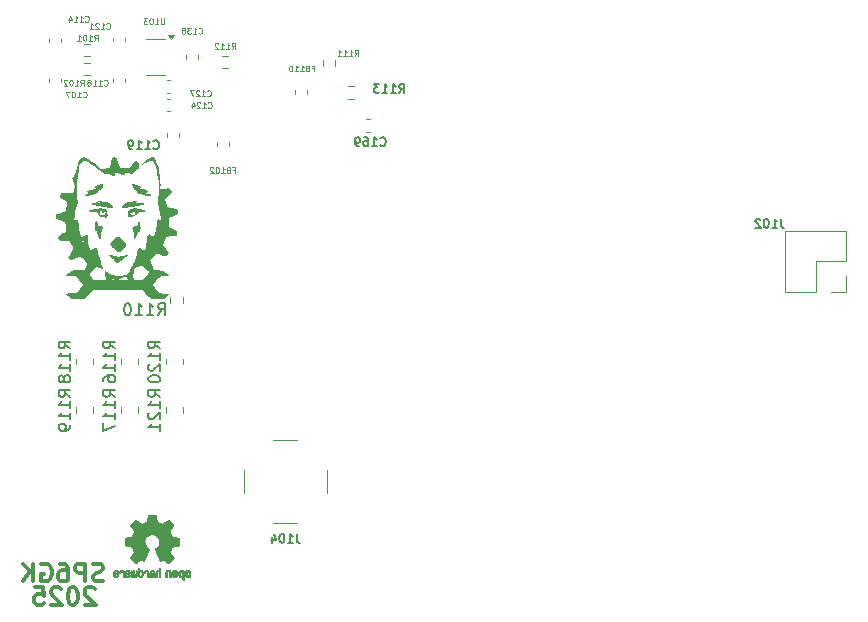
<source format=gbr>
%TF.GenerationSoftware,KiCad,Pcbnew,8.0.9-8.0.9-0~ubuntu22.04.1*%
%TF.CreationDate,2026-02-07T13:45:35+01:00*%
%TF.ProjectId,HW_0008_PrestoLO_2GHz_rev01a,48575f30-3030-4385-9f50-726573746f4c,rev?*%
%TF.SameCoordinates,Original*%
%TF.FileFunction,Legend,Bot*%
%TF.FilePolarity,Positive*%
%FSLAX46Y46*%
G04 Gerber Fmt 4.6, Leading zero omitted, Abs format (unit mm)*
G04 Created by KiCad (PCBNEW 8.0.9-8.0.9-0~ubuntu22.04.1) date 2026-02-07 13:45:35*
%MOMM*%
%LPD*%
G01*
G04 APERTURE LIST*
%ADD10C,0.375000*%
%ADD11C,0.150000*%
%ADD12C,0.125000*%
%ADD13C,0.120000*%
%ADD14C,0.000000*%
%ADD15C,0.010000*%
G04 APERTURE END LIST*
D10*
X81067575Y-84125500D02*
X80853290Y-84196928D01*
X80853290Y-84196928D02*
X80496147Y-84196928D01*
X80496147Y-84196928D02*
X80353290Y-84125500D01*
X80353290Y-84125500D02*
X80281861Y-84054071D01*
X80281861Y-84054071D02*
X80210432Y-83911214D01*
X80210432Y-83911214D02*
X80210432Y-83768357D01*
X80210432Y-83768357D02*
X80281861Y-83625500D01*
X80281861Y-83625500D02*
X80353290Y-83554071D01*
X80353290Y-83554071D02*
X80496147Y-83482642D01*
X80496147Y-83482642D02*
X80781861Y-83411214D01*
X80781861Y-83411214D02*
X80924718Y-83339785D01*
X80924718Y-83339785D02*
X80996147Y-83268357D01*
X80996147Y-83268357D02*
X81067575Y-83125500D01*
X81067575Y-83125500D02*
X81067575Y-82982642D01*
X81067575Y-82982642D02*
X80996147Y-82839785D01*
X80996147Y-82839785D02*
X80924718Y-82768357D01*
X80924718Y-82768357D02*
X80781861Y-82696928D01*
X80781861Y-82696928D02*
X80424718Y-82696928D01*
X80424718Y-82696928D02*
X80210432Y-82768357D01*
X79567576Y-84196928D02*
X79567576Y-82696928D01*
X79567576Y-82696928D02*
X78996147Y-82696928D01*
X78996147Y-82696928D02*
X78853290Y-82768357D01*
X78853290Y-82768357D02*
X78781861Y-82839785D01*
X78781861Y-82839785D02*
X78710433Y-82982642D01*
X78710433Y-82982642D02*
X78710433Y-83196928D01*
X78710433Y-83196928D02*
X78781861Y-83339785D01*
X78781861Y-83339785D02*
X78853290Y-83411214D01*
X78853290Y-83411214D02*
X78996147Y-83482642D01*
X78996147Y-83482642D02*
X79567576Y-83482642D01*
X77424719Y-82696928D02*
X77710433Y-82696928D01*
X77710433Y-82696928D02*
X77853290Y-82768357D01*
X77853290Y-82768357D02*
X77924719Y-82839785D01*
X77924719Y-82839785D02*
X78067576Y-83054071D01*
X78067576Y-83054071D02*
X78139004Y-83339785D01*
X78139004Y-83339785D02*
X78139004Y-83911214D01*
X78139004Y-83911214D02*
X78067576Y-84054071D01*
X78067576Y-84054071D02*
X77996147Y-84125500D01*
X77996147Y-84125500D02*
X77853290Y-84196928D01*
X77853290Y-84196928D02*
X77567576Y-84196928D01*
X77567576Y-84196928D02*
X77424719Y-84125500D01*
X77424719Y-84125500D02*
X77353290Y-84054071D01*
X77353290Y-84054071D02*
X77281861Y-83911214D01*
X77281861Y-83911214D02*
X77281861Y-83554071D01*
X77281861Y-83554071D02*
X77353290Y-83411214D01*
X77353290Y-83411214D02*
X77424719Y-83339785D01*
X77424719Y-83339785D02*
X77567576Y-83268357D01*
X77567576Y-83268357D02*
X77853290Y-83268357D01*
X77853290Y-83268357D02*
X77996147Y-83339785D01*
X77996147Y-83339785D02*
X78067576Y-83411214D01*
X78067576Y-83411214D02*
X78139004Y-83554071D01*
X75853290Y-82768357D02*
X75996148Y-82696928D01*
X75996148Y-82696928D02*
X76210433Y-82696928D01*
X76210433Y-82696928D02*
X76424719Y-82768357D01*
X76424719Y-82768357D02*
X76567576Y-82911214D01*
X76567576Y-82911214D02*
X76639005Y-83054071D01*
X76639005Y-83054071D02*
X76710433Y-83339785D01*
X76710433Y-83339785D02*
X76710433Y-83554071D01*
X76710433Y-83554071D02*
X76639005Y-83839785D01*
X76639005Y-83839785D02*
X76567576Y-83982642D01*
X76567576Y-83982642D02*
X76424719Y-84125500D01*
X76424719Y-84125500D02*
X76210433Y-84196928D01*
X76210433Y-84196928D02*
X76067576Y-84196928D01*
X76067576Y-84196928D02*
X75853290Y-84125500D01*
X75853290Y-84125500D02*
X75781862Y-84054071D01*
X75781862Y-84054071D02*
X75781862Y-83554071D01*
X75781862Y-83554071D02*
X76067576Y-83554071D01*
X75139005Y-84196928D02*
X75139005Y-82696928D01*
X74281862Y-84196928D02*
X74924719Y-83339785D01*
X74281862Y-82696928D02*
X75139005Y-83554071D01*
X80367575Y-84839785D02*
X80296147Y-84768357D01*
X80296147Y-84768357D02*
X80153290Y-84696928D01*
X80153290Y-84696928D02*
X79796147Y-84696928D01*
X79796147Y-84696928D02*
X79653290Y-84768357D01*
X79653290Y-84768357D02*
X79581861Y-84839785D01*
X79581861Y-84839785D02*
X79510432Y-84982642D01*
X79510432Y-84982642D02*
X79510432Y-85125500D01*
X79510432Y-85125500D02*
X79581861Y-85339785D01*
X79581861Y-85339785D02*
X80439004Y-86196928D01*
X80439004Y-86196928D02*
X79510432Y-86196928D01*
X78581861Y-84696928D02*
X78439004Y-84696928D01*
X78439004Y-84696928D02*
X78296147Y-84768357D01*
X78296147Y-84768357D02*
X78224719Y-84839785D01*
X78224719Y-84839785D02*
X78153290Y-84982642D01*
X78153290Y-84982642D02*
X78081861Y-85268357D01*
X78081861Y-85268357D02*
X78081861Y-85625500D01*
X78081861Y-85625500D02*
X78153290Y-85911214D01*
X78153290Y-85911214D02*
X78224719Y-86054071D01*
X78224719Y-86054071D02*
X78296147Y-86125500D01*
X78296147Y-86125500D02*
X78439004Y-86196928D01*
X78439004Y-86196928D02*
X78581861Y-86196928D01*
X78581861Y-86196928D02*
X78724719Y-86125500D01*
X78724719Y-86125500D02*
X78796147Y-86054071D01*
X78796147Y-86054071D02*
X78867576Y-85911214D01*
X78867576Y-85911214D02*
X78939004Y-85625500D01*
X78939004Y-85625500D02*
X78939004Y-85268357D01*
X78939004Y-85268357D02*
X78867576Y-84982642D01*
X78867576Y-84982642D02*
X78796147Y-84839785D01*
X78796147Y-84839785D02*
X78724719Y-84768357D01*
X78724719Y-84768357D02*
X78581861Y-84696928D01*
X77510433Y-84839785D02*
X77439005Y-84768357D01*
X77439005Y-84768357D02*
X77296148Y-84696928D01*
X77296148Y-84696928D02*
X76939005Y-84696928D01*
X76939005Y-84696928D02*
X76796148Y-84768357D01*
X76796148Y-84768357D02*
X76724719Y-84839785D01*
X76724719Y-84839785D02*
X76653290Y-84982642D01*
X76653290Y-84982642D02*
X76653290Y-85125500D01*
X76653290Y-85125500D02*
X76724719Y-85339785D01*
X76724719Y-85339785D02*
X77581862Y-86196928D01*
X77581862Y-86196928D02*
X76653290Y-86196928D01*
X75296148Y-84696928D02*
X76010434Y-84696928D01*
X76010434Y-84696928D02*
X76081862Y-85411214D01*
X76081862Y-85411214D02*
X76010434Y-85339785D01*
X76010434Y-85339785D02*
X75867577Y-85268357D01*
X75867577Y-85268357D02*
X75510434Y-85268357D01*
X75510434Y-85268357D02*
X75367577Y-85339785D01*
X75367577Y-85339785D02*
X75296148Y-85411214D01*
X75296148Y-85411214D02*
X75224719Y-85554071D01*
X75224719Y-85554071D02*
X75224719Y-85911214D01*
X75224719Y-85911214D02*
X75296148Y-86054071D01*
X75296148Y-86054071D02*
X75367577Y-86125500D01*
X75367577Y-86125500D02*
X75510434Y-86196928D01*
X75510434Y-86196928D02*
X75867577Y-86196928D01*
X75867577Y-86196928D02*
X76010434Y-86125500D01*
X76010434Y-86125500D02*
X76081862Y-86054071D01*
D11*
X85904819Y-68568452D02*
X85428628Y-68235119D01*
X85904819Y-67997024D02*
X84904819Y-67997024D01*
X84904819Y-67997024D02*
X84904819Y-68377976D01*
X84904819Y-68377976D02*
X84952438Y-68473214D01*
X84952438Y-68473214D02*
X85000057Y-68520833D01*
X85000057Y-68520833D02*
X85095295Y-68568452D01*
X85095295Y-68568452D02*
X85238152Y-68568452D01*
X85238152Y-68568452D02*
X85333390Y-68520833D01*
X85333390Y-68520833D02*
X85381009Y-68473214D01*
X85381009Y-68473214D02*
X85428628Y-68377976D01*
X85428628Y-68377976D02*
X85428628Y-67997024D01*
X85904819Y-69520833D02*
X85904819Y-68949405D01*
X85904819Y-69235119D02*
X84904819Y-69235119D01*
X84904819Y-69235119D02*
X85047676Y-69139881D01*
X85047676Y-69139881D02*
X85142914Y-69044643D01*
X85142914Y-69044643D02*
X85190533Y-68949405D01*
X85000057Y-69901786D02*
X84952438Y-69949405D01*
X84952438Y-69949405D02*
X84904819Y-70044643D01*
X84904819Y-70044643D02*
X84904819Y-70282738D01*
X84904819Y-70282738D02*
X84952438Y-70377976D01*
X84952438Y-70377976D02*
X85000057Y-70425595D01*
X85000057Y-70425595D02*
X85095295Y-70473214D01*
X85095295Y-70473214D02*
X85190533Y-70473214D01*
X85190533Y-70473214D02*
X85333390Y-70425595D01*
X85333390Y-70425595D02*
X85904819Y-69854167D01*
X85904819Y-69854167D02*
X85904819Y-70473214D01*
X85904819Y-71425595D02*
X85904819Y-70854167D01*
X85904819Y-71139881D02*
X84904819Y-71139881D01*
X84904819Y-71139881D02*
X85047676Y-71044643D01*
X85047676Y-71044643D02*
X85142914Y-70949405D01*
X85142914Y-70949405D02*
X85190533Y-70854167D01*
D12*
X89159523Y-37777190D02*
X89183332Y-37801000D01*
X89183332Y-37801000D02*
X89254761Y-37824809D01*
X89254761Y-37824809D02*
X89302380Y-37824809D01*
X89302380Y-37824809D02*
X89373808Y-37801000D01*
X89373808Y-37801000D02*
X89421427Y-37753380D01*
X89421427Y-37753380D02*
X89445237Y-37705761D01*
X89445237Y-37705761D02*
X89469046Y-37610523D01*
X89469046Y-37610523D02*
X89469046Y-37539095D01*
X89469046Y-37539095D02*
X89445237Y-37443857D01*
X89445237Y-37443857D02*
X89421427Y-37396238D01*
X89421427Y-37396238D02*
X89373808Y-37348619D01*
X89373808Y-37348619D02*
X89302380Y-37324809D01*
X89302380Y-37324809D02*
X89254761Y-37324809D01*
X89254761Y-37324809D02*
X89183332Y-37348619D01*
X89183332Y-37348619D02*
X89159523Y-37372428D01*
X88683332Y-37824809D02*
X88969046Y-37824809D01*
X88826189Y-37824809D02*
X88826189Y-37324809D01*
X88826189Y-37324809D02*
X88873808Y-37396238D01*
X88873808Y-37396238D02*
X88921427Y-37443857D01*
X88921427Y-37443857D02*
X88969046Y-37467666D01*
X88516666Y-37324809D02*
X88207142Y-37324809D01*
X88207142Y-37324809D02*
X88373809Y-37515285D01*
X88373809Y-37515285D02*
X88302380Y-37515285D01*
X88302380Y-37515285D02*
X88254761Y-37539095D01*
X88254761Y-37539095D02*
X88230952Y-37562904D01*
X88230952Y-37562904D02*
X88207142Y-37610523D01*
X88207142Y-37610523D02*
X88207142Y-37729571D01*
X88207142Y-37729571D02*
X88230952Y-37777190D01*
X88230952Y-37777190D02*
X88254761Y-37801000D01*
X88254761Y-37801000D02*
X88302380Y-37824809D01*
X88302380Y-37824809D02*
X88445237Y-37824809D01*
X88445237Y-37824809D02*
X88492856Y-37801000D01*
X88492856Y-37801000D02*
X88516666Y-37777190D01*
X87921428Y-37539095D02*
X87969047Y-37515285D01*
X87969047Y-37515285D02*
X87992857Y-37491476D01*
X87992857Y-37491476D02*
X88016666Y-37443857D01*
X88016666Y-37443857D02*
X88016666Y-37420047D01*
X88016666Y-37420047D02*
X87992857Y-37372428D01*
X87992857Y-37372428D02*
X87969047Y-37348619D01*
X87969047Y-37348619D02*
X87921428Y-37324809D01*
X87921428Y-37324809D02*
X87826190Y-37324809D01*
X87826190Y-37324809D02*
X87778571Y-37348619D01*
X87778571Y-37348619D02*
X87754762Y-37372428D01*
X87754762Y-37372428D02*
X87730952Y-37420047D01*
X87730952Y-37420047D02*
X87730952Y-37443857D01*
X87730952Y-37443857D02*
X87754762Y-37491476D01*
X87754762Y-37491476D02*
X87778571Y-37515285D01*
X87778571Y-37515285D02*
X87826190Y-37539095D01*
X87826190Y-37539095D02*
X87921428Y-37539095D01*
X87921428Y-37539095D02*
X87969047Y-37562904D01*
X87969047Y-37562904D02*
X87992857Y-37586714D01*
X87992857Y-37586714D02*
X88016666Y-37634333D01*
X88016666Y-37634333D02*
X88016666Y-37729571D01*
X88016666Y-37729571D02*
X87992857Y-37777190D01*
X87992857Y-37777190D02*
X87969047Y-37801000D01*
X87969047Y-37801000D02*
X87921428Y-37824809D01*
X87921428Y-37824809D02*
X87826190Y-37824809D01*
X87826190Y-37824809D02*
X87778571Y-37801000D01*
X87778571Y-37801000D02*
X87754762Y-37777190D01*
X87754762Y-37777190D02*
X87730952Y-37729571D01*
X87730952Y-37729571D02*
X87730952Y-37634333D01*
X87730952Y-37634333D02*
X87754762Y-37586714D01*
X87754762Y-37586714D02*
X87778571Y-37562904D01*
X87778571Y-37562904D02*
X87826190Y-37539095D01*
X91959523Y-39124809D02*
X92126189Y-38886714D01*
X92245237Y-39124809D02*
X92245237Y-38624809D01*
X92245237Y-38624809D02*
X92054761Y-38624809D01*
X92054761Y-38624809D02*
X92007142Y-38648619D01*
X92007142Y-38648619D02*
X91983332Y-38672428D01*
X91983332Y-38672428D02*
X91959523Y-38720047D01*
X91959523Y-38720047D02*
X91959523Y-38791476D01*
X91959523Y-38791476D02*
X91983332Y-38839095D01*
X91983332Y-38839095D02*
X92007142Y-38862904D01*
X92007142Y-38862904D02*
X92054761Y-38886714D01*
X92054761Y-38886714D02*
X92245237Y-38886714D01*
X91483332Y-39124809D02*
X91769046Y-39124809D01*
X91626189Y-39124809D02*
X91626189Y-38624809D01*
X91626189Y-38624809D02*
X91673808Y-38696238D01*
X91673808Y-38696238D02*
X91721427Y-38743857D01*
X91721427Y-38743857D02*
X91769046Y-38767666D01*
X91007142Y-39124809D02*
X91292856Y-39124809D01*
X91149999Y-39124809D02*
X91149999Y-38624809D01*
X91149999Y-38624809D02*
X91197618Y-38696238D01*
X91197618Y-38696238D02*
X91245237Y-38743857D01*
X91245237Y-38743857D02*
X91292856Y-38767666D01*
X90816666Y-38672428D02*
X90792857Y-38648619D01*
X90792857Y-38648619D02*
X90745238Y-38624809D01*
X90745238Y-38624809D02*
X90626190Y-38624809D01*
X90626190Y-38624809D02*
X90578571Y-38648619D01*
X90578571Y-38648619D02*
X90554762Y-38672428D01*
X90554762Y-38672428D02*
X90530952Y-38720047D01*
X90530952Y-38720047D02*
X90530952Y-38767666D01*
X90530952Y-38767666D02*
X90554762Y-38839095D01*
X90554762Y-38839095D02*
X90840476Y-39124809D01*
X90840476Y-39124809D02*
X90530952Y-39124809D01*
D11*
X82104819Y-68568452D02*
X81628628Y-68235119D01*
X82104819Y-67997024D02*
X81104819Y-67997024D01*
X81104819Y-67997024D02*
X81104819Y-68377976D01*
X81104819Y-68377976D02*
X81152438Y-68473214D01*
X81152438Y-68473214D02*
X81200057Y-68520833D01*
X81200057Y-68520833D02*
X81295295Y-68568452D01*
X81295295Y-68568452D02*
X81438152Y-68568452D01*
X81438152Y-68568452D02*
X81533390Y-68520833D01*
X81533390Y-68520833D02*
X81581009Y-68473214D01*
X81581009Y-68473214D02*
X81628628Y-68377976D01*
X81628628Y-68377976D02*
X81628628Y-67997024D01*
X82104819Y-69520833D02*
X82104819Y-68949405D01*
X82104819Y-69235119D02*
X81104819Y-69235119D01*
X81104819Y-69235119D02*
X81247676Y-69139881D01*
X81247676Y-69139881D02*
X81342914Y-69044643D01*
X81342914Y-69044643D02*
X81390533Y-68949405D01*
X82104819Y-70473214D02*
X82104819Y-69901786D01*
X82104819Y-70187500D02*
X81104819Y-70187500D01*
X81104819Y-70187500D02*
X81247676Y-70092262D01*
X81247676Y-70092262D02*
X81342914Y-69997024D01*
X81342914Y-69997024D02*
X81390533Y-69901786D01*
X81104819Y-70806548D02*
X81104819Y-71473214D01*
X81104819Y-71473214D02*
X82104819Y-71044643D01*
D12*
X102359523Y-39724809D02*
X102526189Y-39486714D01*
X102645237Y-39724809D02*
X102645237Y-39224809D01*
X102645237Y-39224809D02*
X102454761Y-39224809D01*
X102454761Y-39224809D02*
X102407142Y-39248619D01*
X102407142Y-39248619D02*
X102383332Y-39272428D01*
X102383332Y-39272428D02*
X102359523Y-39320047D01*
X102359523Y-39320047D02*
X102359523Y-39391476D01*
X102359523Y-39391476D02*
X102383332Y-39439095D01*
X102383332Y-39439095D02*
X102407142Y-39462904D01*
X102407142Y-39462904D02*
X102454761Y-39486714D01*
X102454761Y-39486714D02*
X102645237Y-39486714D01*
X101883332Y-39724809D02*
X102169046Y-39724809D01*
X102026189Y-39724809D02*
X102026189Y-39224809D01*
X102026189Y-39224809D02*
X102073808Y-39296238D01*
X102073808Y-39296238D02*
X102121427Y-39343857D01*
X102121427Y-39343857D02*
X102169046Y-39367666D01*
X101407142Y-39724809D02*
X101692856Y-39724809D01*
X101549999Y-39724809D02*
X101549999Y-39224809D01*
X101549999Y-39224809D02*
X101597618Y-39296238D01*
X101597618Y-39296238D02*
X101645237Y-39343857D01*
X101645237Y-39343857D02*
X101692856Y-39367666D01*
X100930952Y-39724809D02*
X101216666Y-39724809D01*
X101073809Y-39724809D02*
X101073809Y-39224809D01*
X101073809Y-39224809D02*
X101121428Y-39296238D01*
X101121428Y-39296238D02*
X101169047Y-39343857D01*
X101169047Y-39343857D02*
X101216666Y-39367666D01*
D11*
X85719047Y-61654819D02*
X86052380Y-61178628D01*
X86290475Y-61654819D02*
X86290475Y-60654819D01*
X86290475Y-60654819D02*
X85909523Y-60654819D01*
X85909523Y-60654819D02*
X85814285Y-60702438D01*
X85814285Y-60702438D02*
X85766666Y-60750057D01*
X85766666Y-60750057D02*
X85719047Y-60845295D01*
X85719047Y-60845295D02*
X85719047Y-60988152D01*
X85719047Y-60988152D02*
X85766666Y-61083390D01*
X85766666Y-61083390D02*
X85814285Y-61131009D01*
X85814285Y-61131009D02*
X85909523Y-61178628D01*
X85909523Y-61178628D02*
X86290475Y-61178628D01*
X84766666Y-61654819D02*
X85338094Y-61654819D01*
X85052380Y-61654819D02*
X85052380Y-60654819D01*
X85052380Y-60654819D02*
X85147618Y-60797676D01*
X85147618Y-60797676D02*
X85242856Y-60892914D01*
X85242856Y-60892914D02*
X85338094Y-60940533D01*
X83814285Y-61654819D02*
X84385713Y-61654819D01*
X84099999Y-61654819D02*
X84099999Y-60654819D01*
X84099999Y-60654819D02*
X84195237Y-60797676D01*
X84195237Y-60797676D02*
X84290475Y-60892914D01*
X84290475Y-60892914D02*
X84385713Y-60940533D01*
X83195237Y-60654819D02*
X83099999Y-60654819D01*
X83099999Y-60654819D02*
X83004761Y-60702438D01*
X83004761Y-60702438D02*
X82957142Y-60750057D01*
X82957142Y-60750057D02*
X82909523Y-60845295D01*
X82909523Y-60845295D02*
X82861904Y-61035771D01*
X82861904Y-61035771D02*
X82861904Y-61273866D01*
X82861904Y-61273866D02*
X82909523Y-61464342D01*
X82909523Y-61464342D02*
X82957142Y-61559580D01*
X82957142Y-61559580D02*
X83004761Y-61607200D01*
X83004761Y-61607200D02*
X83099999Y-61654819D01*
X83099999Y-61654819D02*
X83195237Y-61654819D01*
X83195237Y-61654819D02*
X83290475Y-61607200D01*
X83290475Y-61607200D02*
X83338094Y-61559580D01*
X83338094Y-61559580D02*
X83385713Y-61464342D01*
X83385713Y-61464342D02*
X83433332Y-61273866D01*
X83433332Y-61273866D02*
X83433332Y-61035771D01*
X83433332Y-61035771D02*
X83385713Y-60845295D01*
X83385713Y-60845295D02*
X83338094Y-60750057D01*
X83338094Y-60750057D02*
X83290475Y-60702438D01*
X83290475Y-60702438D02*
X83195237Y-60654819D01*
X85904819Y-64480952D02*
X85428628Y-64147619D01*
X85904819Y-63909524D02*
X84904819Y-63909524D01*
X84904819Y-63909524D02*
X84904819Y-64290476D01*
X84904819Y-64290476D02*
X84952438Y-64385714D01*
X84952438Y-64385714D02*
X85000057Y-64433333D01*
X85000057Y-64433333D02*
X85095295Y-64480952D01*
X85095295Y-64480952D02*
X85238152Y-64480952D01*
X85238152Y-64480952D02*
X85333390Y-64433333D01*
X85333390Y-64433333D02*
X85381009Y-64385714D01*
X85381009Y-64385714D02*
X85428628Y-64290476D01*
X85428628Y-64290476D02*
X85428628Y-63909524D01*
X85904819Y-65433333D02*
X85904819Y-64861905D01*
X85904819Y-65147619D02*
X84904819Y-65147619D01*
X84904819Y-65147619D02*
X85047676Y-65052381D01*
X85047676Y-65052381D02*
X85142914Y-64957143D01*
X85142914Y-64957143D02*
X85190533Y-64861905D01*
X85000057Y-65814286D02*
X84952438Y-65861905D01*
X84952438Y-65861905D02*
X84904819Y-65957143D01*
X84904819Y-65957143D02*
X84904819Y-66195238D01*
X84904819Y-66195238D02*
X84952438Y-66290476D01*
X84952438Y-66290476D02*
X85000057Y-66338095D01*
X85000057Y-66338095D02*
X85095295Y-66385714D01*
X85095295Y-66385714D02*
X85190533Y-66385714D01*
X85190533Y-66385714D02*
X85333390Y-66338095D01*
X85333390Y-66338095D02*
X85904819Y-65766667D01*
X85904819Y-65766667D02*
X85904819Y-66385714D01*
X84904819Y-67004762D02*
X84904819Y-67100000D01*
X84904819Y-67100000D02*
X84952438Y-67195238D01*
X84952438Y-67195238D02*
X85000057Y-67242857D01*
X85000057Y-67242857D02*
X85095295Y-67290476D01*
X85095295Y-67290476D02*
X85285771Y-67338095D01*
X85285771Y-67338095D02*
X85523866Y-67338095D01*
X85523866Y-67338095D02*
X85714342Y-67290476D01*
X85714342Y-67290476D02*
X85809580Y-67242857D01*
X85809580Y-67242857D02*
X85857200Y-67195238D01*
X85857200Y-67195238D02*
X85904819Y-67100000D01*
X85904819Y-67100000D02*
X85904819Y-67004762D01*
X85904819Y-67004762D02*
X85857200Y-66909524D01*
X85857200Y-66909524D02*
X85809580Y-66861905D01*
X85809580Y-66861905D02*
X85714342Y-66814286D01*
X85714342Y-66814286D02*
X85523866Y-66766667D01*
X85523866Y-66766667D02*
X85285771Y-66766667D01*
X85285771Y-66766667D02*
X85095295Y-66814286D01*
X85095295Y-66814286D02*
X85000057Y-66861905D01*
X85000057Y-66861905D02*
X84952438Y-66909524D01*
X84952438Y-66909524D02*
X84904819Y-67004762D01*
D12*
X86257142Y-36524809D02*
X86257142Y-36929571D01*
X86257142Y-36929571D02*
X86233332Y-36977190D01*
X86233332Y-36977190D02*
X86209523Y-37001000D01*
X86209523Y-37001000D02*
X86161904Y-37024809D01*
X86161904Y-37024809D02*
X86066666Y-37024809D01*
X86066666Y-37024809D02*
X86019047Y-37001000D01*
X86019047Y-37001000D02*
X85995237Y-36977190D01*
X85995237Y-36977190D02*
X85971428Y-36929571D01*
X85971428Y-36929571D02*
X85971428Y-36524809D01*
X85471427Y-37024809D02*
X85757141Y-37024809D01*
X85614284Y-37024809D02*
X85614284Y-36524809D01*
X85614284Y-36524809D02*
X85661903Y-36596238D01*
X85661903Y-36596238D02*
X85709522Y-36643857D01*
X85709522Y-36643857D02*
X85757141Y-36667666D01*
X85161904Y-36524809D02*
X85114285Y-36524809D01*
X85114285Y-36524809D02*
X85066666Y-36548619D01*
X85066666Y-36548619D02*
X85042856Y-36572428D01*
X85042856Y-36572428D02*
X85019047Y-36620047D01*
X85019047Y-36620047D02*
X84995237Y-36715285D01*
X84995237Y-36715285D02*
X84995237Y-36834333D01*
X84995237Y-36834333D02*
X85019047Y-36929571D01*
X85019047Y-36929571D02*
X85042856Y-36977190D01*
X85042856Y-36977190D02*
X85066666Y-37001000D01*
X85066666Y-37001000D02*
X85114285Y-37024809D01*
X85114285Y-37024809D02*
X85161904Y-37024809D01*
X85161904Y-37024809D02*
X85209523Y-37001000D01*
X85209523Y-37001000D02*
X85233332Y-36977190D01*
X85233332Y-36977190D02*
X85257142Y-36929571D01*
X85257142Y-36929571D02*
X85280951Y-36834333D01*
X85280951Y-36834333D02*
X85280951Y-36715285D01*
X85280951Y-36715285D02*
X85257142Y-36620047D01*
X85257142Y-36620047D02*
X85233332Y-36572428D01*
X85233332Y-36572428D02*
X85209523Y-36548619D01*
X85209523Y-36548619D02*
X85161904Y-36524809D01*
X84828571Y-36524809D02*
X84519047Y-36524809D01*
X84519047Y-36524809D02*
X84685714Y-36715285D01*
X84685714Y-36715285D02*
X84614285Y-36715285D01*
X84614285Y-36715285D02*
X84566666Y-36739095D01*
X84566666Y-36739095D02*
X84542857Y-36762904D01*
X84542857Y-36762904D02*
X84519047Y-36810523D01*
X84519047Y-36810523D02*
X84519047Y-36929571D01*
X84519047Y-36929571D02*
X84542857Y-36977190D01*
X84542857Y-36977190D02*
X84566666Y-37001000D01*
X84566666Y-37001000D02*
X84614285Y-37024809D01*
X84614285Y-37024809D02*
X84757142Y-37024809D01*
X84757142Y-37024809D02*
X84804761Y-37001000D01*
X84804761Y-37001000D02*
X84828571Y-36977190D01*
X89959523Y-44077190D02*
X89983332Y-44101000D01*
X89983332Y-44101000D02*
X90054761Y-44124809D01*
X90054761Y-44124809D02*
X90102380Y-44124809D01*
X90102380Y-44124809D02*
X90173808Y-44101000D01*
X90173808Y-44101000D02*
X90221427Y-44053380D01*
X90221427Y-44053380D02*
X90245237Y-44005761D01*
X90245237Y-44005761D02*
X90269046Y-43910523D01*
X90269046Y-43910523D02*
X90269046Y-43839095D01*
X90269046Y-43839095D02*
X90245237Y-43743857D01*
X90245237Y-43743857D02*
X90221427Y-43696238D01*
X90221427Y-43696238D02*
X90173808Y-43648619D01*
X90173808Y-43648619D02*
X90102380Y-43624809D01*
X90102380Y-43624809D02*
X90054761Y-43624809D01*
X90054761Y-43624809D02*
X89983332Y-43648619D01*
X89983332Y-43648619D02*
X89959523Y-43672428D01*
X89483332Y-44124809D02*
X89769046Y-44124809D01*
X89626189Y-44124809D02*
X89626189Y-43624809D01*
X89626189Y-43624809D02*
X89673808Y-43696238D01*
X89673808Y-43696238D02*
X89721427Y-43743857D01*
X89721427Y-43743857D02*
X89769046Y-43767666D01*
X89292856Y-43672428D02*
X89269047Y-43648619D01*
X89269047Y-43648619D02*
X89221428Y-43624809D01*
X89221428Y-43624809D02*
X89102380Y-43624809D01*
X89102380Y-43624809D02*
X89054761Y-43648619D01*
X89054761Y-43648619D02*
X89030952Y-43672428D01*
X89030952Y-43672428D02*
X89007142Y-43720047D01*
X89007142Y-43720047D02*
X89007142Y-43767666D01*
X89007142Y-43767666D02*
X89030952Y-43839095D01*
X89030952Y-43839095D02*
X89316666Y-44124809D01*
X89316666Y-44124809D02*
X89007142Y-44124809D01*
X88578571Y-43791476D02*
X88578571Y-44124809D01*
X88697619Y-43601000D02*
X88816666Y-43958142D01*
X88816666Y-43958142D02*
X88507143Y-43958142D01*
X81159523Y-42177190D02*
X81183332Y-42201000D01*
X81183332Y-42201000D02*
X81254761Y-42224809D01*
X81254761Y-42224809D02*
X81302380Y-42224809D01*
X81302380Y-42224809D02*
X81373808Y-42201000D01*
X81373808Y-42201000D02*
X81421427Y-42153380D01*
X81421427Y-42153380D02*
X81445237Y-42105761D01*
X81445237Y-42105761D02*
X81469046Y-42010523D01*
X81469046Y-42010523D02*
X81469046Y-41939095D01*
X81469046Y-41939095D02*
X81445237Y-41843857D01*
X81445237Y-41843857D02*
X81421427Y-41796238D01*
X81421427Y-41796238D02*
X81373808Y-41748619D01*
X81373808Y-41748619D02*
X81302380Y-41724809D01*
X81302380Y-41724809D02*
X81254761Y-41724809D01*
X81254761Y-41724809D02*
X81183332Y-41748619D01*
X81183332Y-41748619D02*
X81159523Y-41772428D01*
X80683332Y-42224809D02*
X80969046Y-42224809D01*
X80826189Y-42224809D02*
X80826189Y-41724809D01*
X80826189Y-41724809D02*
X80873808Y-41796238D01*
X80873808Y-41796238D02*
X80921427Y-41843857D01*
X80921427Y-41843857D02*
X80969046Y-41867666D01*
X80207142Y-42224809D02*
X80492856Y-42224809D01*
X80349999Y-42224809D02*
X80349999Y-41724809D01*
X80349999Y-41724809D02*
X80397618Y-41796238D01*
X80397618Y-41796238D02*
X80445237Y-41843857D01*
X80445237Y-41843857D02*
X80492856Y-41867666D01*
X79921428Y-41939095D02*
X79969047Y-41915285D01*
X79969047Y-41915285D02*
X79992857Y-41891476D01*
X79992857Y-41891476D02*
X80016666Y-41843857D01*
X80016666Y-41843857D02*
X80016666Y-41820047D01*
X80016666Y-41820047D02*
X79992857Y-41772428D01*
X79992857Y-41772428D02*
X79969047Y-41748619D01*
X79969047Y-41748619D02*
X79921428Y-41724809D01*
X79921428Y-41724809D02*
X79826190Y-41724809D01*
X79826190Y-41724809D02*
X79778571Y-41748619D01*
X79778571Y-41748619D02*
X79754762Y-41772428D01*
X79754762Y-41772428D02*
X79730952Y-41820047D01*
X79730952Y-41820047D02*
X79730952Y-41843857D01*
X79730952Y-41843857D02*
X79754762Y-41891476D01*
X79754762Y-41891476D02*
X79778571Y-41915285D01*
X79778571Y-41915285D02*
X79826190Y-41939095D01*
X79826190Y-41939095D02*
X79921428Y-41939095D01*
X79921428Y-41939095D02*
X79969047Y-41962904D01*
X79969047Y-41962904D02*
X79992857Y-41986714D01*
X79992857Y-41986714D02*
X80016666Y-42034333D01*
X80016666Y-42034333D02*
X80016666Y-42129571D01*
X80016666Y-42129571D02*
X79992857Y-42177190D01*
X79992857Y-42177190D02*
X79969047Y-42201000D01*
X79969047Y-42201000D02*
X79921428Y-42224809D01*
X79921428Y-42224809D02*
X79826190Y-42224809D01*
X79826190Y-42224809D02*
X79778571Y-42201000D01*
X79778571Y-42201000D02*
X79754762Y-42177190D01*
X79754762Y-42177190D02*
X79730952Y-42129571D01*
X79730952Y-42129571D02*
X79730952Y-42034333D01*
X79730952Y-42034333D02*
X79754762Y-41986714D01*
X79754762Y-41986714D02*
X79778571Y-41962904D01*
X79778571Y-41962904D02*
X79826190Y-41939095D01*
D11*
X85339286Y-47530235D02*
X85375000Y-47565950D01*
X85375000Y-47565950D02*
X85482143Y-47601664D01*
X85482143Y-47601664D02*
X85553571Y-47601664D01*
X85553571Y-47601664D02*
X85660714Y-47565950D01*
X85660714Y-47565950D02*
X85732143Y-47494521D01*
X85732143Y-47494521D02*
X85767857Y-47423092D01*
X85767857Y-47423092D02*
X85803571Y-47280235D01*
X85803571Y-47280235D02*
X85803571Y-47173092D01*
X85803571Y-47173092D02*
X85767857Y-47030235D01*
X85767857Y-47030235D02*
X85732143Y-46958807D01*
X85732143Y-46958807D02*
X85660714Y-46887378D01*
X85660714Y-46887378D02*
X85553571Y-46851664D01*
X85553571Y-46851664D02*
X85482143Y-46851664D01*
X85482143Y-46851664D02*
X85375000Y-46887378D01*
X85375000Y-46887378D02*
X85339286Y-46923092D01*
X84625000Y-47601664D02*
X85053571Y-47601664D01*
X84839286Y-47601664D02*
X84839286Y-46851664D01*
X84839286Y-46851664D02*
X84910714Y-46958807D01*
X84910714Y-46958807D02*
X84982143Y-47030235D01*
X84982143Y-47030235D02*
X85053571Y-47065950D01*
X83910714Y-47601664D02*
X84339285Y-47601664D01*
X84125000Y-47601664D02*
X84125000Y-46851664D01*
X84125000Y-46851664D02*
X84196428Y-46958807D01*
X84196428Y-46958807D02*
X84267857Y-47030235D01*
X84267857Y-47030235D02*
X84339285Y-47065950D01*
X83553571Y-47601664D02*
X83410714Y-47601664D01*
X83410714Y-47601664D02*
X83339285Y-47565950D01*
X83339285Y-47565950D02*
X83303571Y-47530235D01*
X83303571Y-47530235D02*
X83232142Y-47423092D01*
X83232142Y-47423092D02*
X83196428Y-47280235D01*
X83196428Y-47280235D02*
X83196428Y-46994521D01*
X83196428Y-46994521D02*
X83232142Y-46923092D01*
X83232142Y-46923092D02*
X83267857Y-46887378D01*
X83267857Y-46887378D02*
X83339285Y-46851664D01*
X83339285Y-46851664D02*
X83482142Y-46851664D01*
X83482142Y-46851664D02*
X83553571Y-46887378D01*
X83553571Y-46887378D02*
X83589285Y-46923092D01*
X83589285Y-46923092D02*
X83624999Y-46994521D01*
X83624999Y-46994521D02*
X83624999Y-47173092D01*
X83624999Y-47173092D02*
X83589285Y-47244521D01*
X83589285Y-47244521D02*
X83553571Y-47280235D01*
X83553571Y-47280235D02*
X83482142Y-47315950D01*
X83482142Y-47315950D02*
X83339285Y-47315950D01*
X83339285Y-47315950D02*
X83267857Y-47280235D01*
X83267857Y-47280235D02*
X83232142Y-47244521D01*
X83232142Y-47244521D02*
X83196428Y-47173092D01*
X78304819Y-64480952D02*
X77828628Y-64147619D01*
X78304819Y-63909524D02*
X77304819Y-63909524D01*
X77304819Y-63909524D02*
X77304819Y-64290476D01*
X77304819Y-64290476D02*
X77352438Y-64385714D01*
X77352438Y-64385714D02*
X77400057Y-64433333D01*
X77400057Y-64433333D02*
X77495295Y-64480952D01*
X77495295Y-64480952D02*
X77638152Y-64480952D01*
X77638152Y-64480952D02*
X77733390Y-64433333D01*
X77733390Y-64433333D02*
X77781009Y-64385714D01*
X77781009Y-64385714D02*
X77828628Y-64290476D01*
X77828628Y-64290476D02*
X77828628Y-63909524D01*
X78304819Y-65433333D02*
X78304819Y-64861905D01*
X78304819Y-65147619D02*
X77304819Y-65147619D01*
X77304819Y-65147619D02*
X77447676Y-65052381D01*
X77447676Y-65052381D02*
X77542914Y-64957143D01*
X77542914Y-64957143D02*
X77590533Y-64861905D01*
X78304819Y-66385714D02*
X78304819Y-65814286D01*
X78304819Y-66100000D02*
X77304819Y-66100000D01*
X77304819Y-66100000D02*
X77447676Y-66004762D01*
X77447676Y-66004762D02*
X77542914Y-65909524D01*
X77542914Y-65909524D02*
X77590533Y-65814286D01*
X77733390Y-66957143D02*
X77685771Y-66861905D01*
X77685771Y-66861905D02*
X77638152Y-66814286D01*
X77638152Y-66814286D02*
X77542914Y-66766667D01*
X77542914Y-66766667D02*
X77495295Y-66766667D01*
X77495295Y-66766667D02*
X77400057Y-66814286D01*
X77400057Y-66814286D02*
X77352438Y-66861905D01*
X77352438Y-66861905D02*
X77304819Y-66957143D01*
X77304819Y-66957143D02*
X77304819Y-67147619D01*
X77304819Y-67147619D02*
X77352438Y-67242857D01*
X77352438Y-67242857D02*
X77400057Y-67290476D01*
X77400057Y-67290476D02*
X77495295Y-67338095D01*
X77495295Y-67338095D02*
X77542914Y-67338095D01*
X77542914Y-67338095D02*
X77638152Y-67290476D01*
X77638152Y-67290476D02*
X77685771Y-67242857D01*
X77685771Y-67242857D02*
X77733390Y-67147619D01*
X77733390Y-67147619D02*
X77733390Y-66957143D01*
X77733390Y-66957143D02*
X77781009Y-66861905D01*
X77781009Y-66861905D02*
X77828628Y-66814286D01*
X77828628Y-66814286D02*
X77923866Y-66766667D01*
X77923866Y-66766667D02*
X78114342Y-66766667D01*
X78114342Y-66766667D02*
X78209580Y-66814286D01*
X78209580Y-66814286D02*
X78257200Y-66861905D01*
X78257200Y-66861905D02*
X78304819Y-66957143D01*
X78304819Y-66957143D02*
X78304819Y-67147619D01*
X78304819Y-67147619D02*
X78257200Y-67242857D01*
X78257200Y-67242857D02*
X78209580Y-67290476D01*
X78209580Y-67290476D02*
X78114342Y-67338095D01*
X78114342Y-67338095D02*
X77923866Y-67338095D01*
X77923866Y-67338095D02*
X77828628Y-67290476D01*
X77828628Y-67290476D02*
X77781009Y-67242857D01*
X77781009Y-67242857D02*
X77733390Y-67147619D01*
X106139286Y-42839164D02*
X106389286Y-42482021D01*
X106567857Y-42839164D02*
X106567857Y-42089164D01*
X106567857Y-42089164D02*
X106282143Y-42089164D01*
X106282143Y-42089164D02*
X106210714Y-42124878D01*
X106210714Y-42124878D02*
X106175000Y-42160592D01*
X106175000Y-42160592D02*
X106139286Y-42232021D01*
X106139286Y-42232021D02*
X106139286Y-42339164D01*
X106139286Y-42339164D02*
X106175000Y-42410592D01*
X106175000Y-42410592D02*
X106210714Y-42446307D01*
X106210714Y-42446307D02*
X106282143Y-42482021D01*
X106282143Y-42482021D02*
X106567857Y-42482021D01*
X105425000Y-42839164D02*
X105853571Y-42839164D01*
X105639286Y-42839164D02*
X105639286Y-42089164D01*
X105639286Y-42089164D02*
X105710714Y-42196307D01*
X105710714Y-42196307D02*
X105782143Y-42267735D01*
X105782143Y-42267735D02*
X105853571Y-42303450D01*
X104710714Y-42839164D02*
X105139285Y-42839164D01*
X104925000Y-42839164D02*
X104925000Y-42089164D01*
X104925000Y-42089164D02*
X104996428Y-42196307D01*
X104996428Y-42196307D02*
X105067857Y-42267735D01*
X105067857Y-42267735D02*
X105139285Y-42303450D01*
X104460714Y-42089164D02*
X103996428Y-42089164D01*
X103996428Y-42089164D02*
X104246428Y-42374878D01*
X104246428Y-42374878D02*
X104139285Y-42374878D01*
X104139285Y-42374878D02*
X104067857Y-42410592D01*
X104067857Y-42410592D02*
X104032142Y-42446307D01*
X104032142Y-42446307D02*
X103996428Y-42517735D01*
X103996428Y-42517735D02*
X103996428Y-42696307D01*
X103996428Y-42696307D02*
X104032142Y-42767735D01*
X104032142Y-42767735D02*
X104067857Y-42803450D01*
X104067857Y-42803450D02*
X104139285Y-42839164D01*
X104139285Y-42839164D02*
X104353571Y-42839164D01*
X104353571Y-42839164D02*
X104424999Y-42803450D01*
X104424999Y-42803450D02*
X104460714Y-42767735D01*
X78304819Y-68568452D02*
X77828628Y-68235119D01*
X78304819Y-67997024D02*
X77304819Y-67997024D01*
X77304819Y-67997024D02*
X77304819Y-68377976D01*
X77304819Y-68377976D02*
X77352438Y-68473214D01*
X77352438Y-68473214D02*
X77400057Y-68520833D01*
X77400057Y-68520833D02*
X77495295Y-68568452D01*
X77495295Y-68568452D02*
X77638152Y-68568452D01*
X77638152Y-68568452D02*
X77733390Y-68520833D01*
X77733390Y-68520833D02*
X77781009Y-68473214D01*
X77781009Y-68473214D02*
X77828628Y-68377976D01*
X77828628Y-68377976D02*
X77828628Y-67997024D01*
X78304819Y-69520833D02*
X78304819Y-68949405D01*
X78304819Y-69235119D02*
X77304819Y-69235119D01*
X77304819Y-69235119D02*
X77447676Y-69139881D01*
X77447676Y-69139881D02*
X77542914Y-69044643D01*
X77542914Y-69044643D02*
X77590533Y-68949405D01*
X78304819Y-70473214D02*
X78304819Y-69901786D01*
X78304819Y-70187500D02*
X77304819Y-70187500D01*
X77304819Y-70187500D02*
X77447676Y-70092262D01*
X77447676Y-70092262D02*
X77542914Y-69997024D01*
X77542914Y-69997024D02*
X77590533Y-69901786D01*
X78304819Y-70949405D02*
X78304819Y-71139881D01*
X78304819Y-71139881D02*
X78257200Y-71235119D01*
X78257200Y-71235119D02*
X78209580Y-71282738D01*
X78209580Y-71282738D02*
X78066723Y-71377976D01*
X78066723Y-71377976D02*
X77876247Y-71425595D01*
X77876247Y-71425595D02*
X77495295Y-71425595D01*
X77495295Y-71425595D02*
X77400057Y-71377976D01*
X77400057Y-71377976D02*
X77352438Y-71330357D01*
X77352438Y-71330357D02*
X77304819Y-71235119D01*
X77304819Y-71235119D02*
X77304819Y-71044643D01*
X77304819Y-71044643D02*
X77352438Y-70949405D01*
X77352438Y-70949405D02*
X77400057Y-70901786D01*
X77400057Y-70901786D02*
X77495295Y-70854167D01*
X77495295Y-70854167D02*
X77733390Y-70854167D01*
X77733390Y-70854167D02*
X77828628Y-70901786D01*
X77828628Y-70901786D02*
X77876247Y-70949405D01*
X77876247Y-70949405D02*
X77923866Y-71044643D01*
X77923866Y-71044643D02*
X77923866Y-71235119D01*
X77923866Y-71235119D02*
X77876247Y-71330357D01*
X77876247Y-71330357D02*
X77828628Y-71377976D01*
X77828628Y-71377976D02*
X77733390Y-71425595D01*
X138464285Y-53489164D02*
X138464285Y-54024878D01*
X138464285Y-54024878D02*
X138500000Y-54132021D01*
X138500000Y-54132021D02*
X138571428Y-54203450D01*
X138571428Y-54203450D02*
X138678571Y-54239164D01*
X138678571Y-54239164D02*
X138750000Y-54239164D01*
X137714285Y-54239164D02*
X138142856Y-54239164D01*
X137928571Y-54239164D02*
X137928571Y-53489164D01*
X137928571Y-53489164D02*
X137999999Y-53596307D01*
X137999999Y-53596307D02*
X138071428Y-53667735D01*
X138071428Y-53667735D02*
X138142856Y-53703450D01*
X137249999Y-53489164D02*
X137178570Y-53489164D01*
X137178570Y-53489164D02*
X137107142Y-53524878D01*
X137107142Y-53524878D02*
X137071428Y-53560592D01*
X137071428Y-53560592D02*
X137035713Y-53632021D01*
X137035713Y-53632021D02*
X136999999Y-53774878D01*
X136999999Y-53774878D02*
X136999999Y-53953450D01*
X136999999Y-53953450D02*
X137035713Y-54096307D01*
X137035713Y-54096307D02*
X137071428Y-54167735D01*
X137071428Y-54167735D02*
X137107142Y-54203450D01*
X137107142Y-54203450D02*
X137178570Y-54239164D01*
X137178570Y-54239164D02*
X137249999Y-54239164D01*
X137249999Y-54239164D02*
X137321428Y-54203450D01*
X137321428Y-54203450D02*
X137357142Y-54167735D01*
X137357142Y-54167735D02*
X137392856Y-54096307D01*
X137392856Y-54096307D02*
X137428570Y-53953450D01*
X137428570Y-53953450D02*
X137428570Y-53774878D01*
X137428570Y-53774878D02*
X137392856Y-53632021D01*
X137392856Y-53632021D02*
X137357142Y-53560592D01*
X137357142Y-53560592D02*
X137321428Y-53524878D01*
X137321428Y-53524878D02*
X137249999Y-53489164D01*
X136714284Y-53560592D02*
X136678570Y-53524878D01*
X136678570Y-53524878D02*
X136607142Y-53489164D01*
X136607142Y-53489164D02*
X136428570Y-53489164D01*
X136428570Y-53489164D02*
X136357142Y-53524878D01*
X136357142Y-53524878D02*
X136321427Y-53560592D01*
X136321427Y-53560592D02*
X136285713Y-53632021D01*
X136285713Y-53632021D02*
X136285713Y-53703450D01*
X136285713Y-53703450D02*
X136321427Y-53810592D01*
X136321427Y-53810592D02*
X136749999Y-54239164D01*
X136749999Y-54239164D02*
X136285713Y-54239164D01*
D12*
X92092855Y-49362904D02*
X92259522Y-49362904D01*
X92259522Y-49624809D02*
X92259522Y-49124809D01*
X92259522Y-49124809D02*
X92021427Y-49124809D01*
X91664284Y-49362904D02*
X91592856Y-49386714D01*
X91592856Y-49386714D02*
X91569046Y-49410523D01*
X91569046Y-49410523D02*
X91545237Y-49458142D01*
X91545237Y-49458142D02*
X91545237Y-49529571D01*
X91545237Y-49529571D02*
X91569046Y-49577190D01*
X91569046Y-49577190D02*
X91592856Y-49601000D01*
X91592856Y-49601000D02*
X91640475Y-49624809D01*
X91640475Y-49624809D02*
X91830951Y-49624809D01*
X91830951Y-49624809D02*
X91830951Y-49124809D01*
X91830951Y-49124809D02*
X91664284Y-49124809D01*
X91664284Y-49124809D02*
X91616665Y-49148619D01*
X91616665Y-49148619D02*
X91592856Y-49172428D01*
X91592856Y-49172428D02*
X91569046Y-49220047D01*
X91569046Y-49220047D02*
X91569046Y-49267666D01*
X91569046Y-49267666D02*
X91592856Y-49315285D01*
X91592856Y-49315285D02*
X91616665Y-49339095D01*
X91616665Y-49339095D02*
X91664284Y-49362904D01*
X91664284Y-49362904D02*
X91830951Y-49362904D01*
X91069046Y-49624809D02*
X91354760Y-49624809D01*
X91211903Y-49624809D02*
X91211903Y-49124809D01*
X91211903Y-49124809D02*
X91259522Y-49196238D01*
X91259522Y-49196238D02*
X91307141Y-49243857D01*
X91307141Y-49243857D02*
X91354760Y-49267666D01*
X90759523Y-49124809D02*
X90711904Y-49124809D01*
X90711904Y-49124809D02*
X90664285Y-49148619D01*
X90664285Y-49148619D02*
X90640475Y-49172428D01*
X90640475Y-49172428D02*
X90616666Y-49220047D01*
X90616666Y-49220047D02*
X90592856Y-49315285D01*
X90592856Y-49315285D02*
X90592856Y-49434333D01*
X90592856Y-49434333D02*
X90616666Y-49529571D01*
X90616666Y-49529571D02*
X90640475Y-49577190D01*
X90640475Y-49577190D02*
X90664285Y-49601000D01*
X90664285Y-49601000D02*
X90711904Y-49624809D01*
X90711904Y-49624809D02*
X90759523Y-49624809D01*
X90759523Y-49624809D02*
X90807142Y-49601000D01*
X90807142Y-49601000D02*
X90830951Y-49577190D01*
X90830951Y-49577190D02*
X90854761Y-49529571D01*
X90854761Y-49529571D02*
X90878570Y-49434333D01*
X90878570Y-49434333D02*
X90878570Y-49315285D01*
X90878570Y-49315285D02*
X90854761Y-49220047D01*
X90854761Y-49220047D02*
X90830951Y-49172428D01*
X90830951Y-49172428D02*
X90807142Y-49148619D01*
X90807142Y-49148619D02*
X90759523Y-49124809D01*
X90402380Y-49172428D02*
X90378571Y-49148619D01*
X90378571Y-49148619D02*
X90330952Y-49124809D01*
X90330952Y-49124809D02*
X90211904Y-49124809D01*
X90211904Y-49124809D02*
X90164285Y-49148619D01*
X90164285Y-49148619D02*
X90140476Y-49172428D01*
X90140476Y-49172428D02*
X90116666Y-49220047D01*
X90116666Y-49220047D02*
X90116666Y-49267666D01*
X90116666Y-49267666D02*
X90140476Y-49339095D01*
X90140476Y-49339095D02*
X90426190Y-49624809D01*
X90426190Y-49624809D02*
X90116666Y-49624809D01*
X79159523Y-42224809D02*
X79326189Y-41986714D01*
X79445237Y-42224809D02*
X79445237Y-41724809D01*
X79445237Y-41724809D02*
X79254761Y-41724809D01*
X79254761Y-41724809D02*
X79207142Y-41748619D01*
X79207142Y-41748619D02*
X79183332Y-41772428D01*
X79183332Y-41772428D02*
X79159523Y-41820047D01*
X79159523Y-41820047D02*
X79159523Y-41891476D01*
X79159523Y-41891476D02*
X79183332Y-41939095D01*
X79183332Y-41939095D02*
X79207142Y-41962904D01*
X79207142Y-41962904D02*
X79254761Y-41986714D01*
X79254761Y-41986714D02*
X79445237Y-41986714D01*
X78683332Y-42224809D02*
X78969046Y-42224809D01*
X78826189Y-42224809D02*
X78826189Y-41724809D01*
X78826189Y-41724809D02*
X78873808Y-41796238D01*
X78873808Y-41796238D02*
X78921427Y-41843857D01*
X78921427Y-41843857D02*
X78969046Y-41867666D01*
X78373809Y-41724809D02*
X78326190Y-41724809D01*
X78326190Y-41724809D02*
X78278571Y-41748619D01*
X78278571Y-41748619D02*
X78254761Y-41772428D01*
X78254761Y-41772428D02*
X78230952Y-41820047D01*
X78230952Y-41820047D02*
X78207142Y-41915285D01*
X78207142Y-41915285D02*
X78207142Y-42034333D01*
X78207142Y-42034333D02*
X78230952Y-42129571D01*
X78230952Y-42129571D02*
X78254761Y-42177190D01*
X78254761Y-42177190D02*
X78278571Y-42201000D01*
X78278571Y-42201000D02*
X78326190Y-42224809D01*
X78326190Y-42224809D02*
X78373809Y-42224809D01*
X78373809Y-42224809D02*
X78421428Y-42201000D01*
X78421428Y-42201000D02*
X78445237Y-42177190D01*
X78445237Y-42177190D02*
X78469047Y-42129571D01*
X78469047Y-42129571D02*
X78492856Y-42034333D01*
X78492856Y-42034333D02*
X78492856Y-41915285D01*
X78492856Y-41915285D02*
X78469047Y-41820047D01*
X78469047Y-41820047D02*
X78445237Y-41772428D01*
X78445237Y-41772428D02*
X78421428Y-41748619D01*
X78421428Y-41748619D02*
X78373809Y-41724809D01*
X78016666Y-41772428D02*
X77992857Y-41748619D01*
X77992857Y-41748619D02*
X77945238Y-41724809D01*
X77945238Y-41724809D02*
X77826190Y-41724809D01*
X77826190Y-41724809D02*
X77778571Y-41748619D01*
X77778571Y-41748619D02*
X77754762Y-41772428D01*
X77754762Y-41772428D02*
X77730952Y-41820047D01*
X77730952Y-41820047D02*
X77730952Y-41867666D01*
X77730952Y-41867666D02*
X77754762Y-41939095D01*
X77754762Y-41939095D02*
X78040476Y-42224809D01*
X78040476Y-42224809D02*
X77730952Y-42224809D01*
X79559523Y-36777190D02*
X79583332Y-36801000D01*
X79583332Y-36801000D02*
X79654761Y-36824809D01*
X79654761Y-36824809D02*
X79702380Y-36824809D01*
X79702380Y-36824809D02*
X79773808Y-36801000D01*
X79773808Y-36801000D02*
X79821427Y-36753380D01*
X79821427Y-36753380D02*
X79845237Y-36705761D01*
X79845237Y-36705761D02*
X79869046Y-36610523D01*
X79869046Y-36610523D02*
X79869046Y-36539095D01*
X79869046Y-36539095D02*
X79845237Y-36443857D01*
X79845237Y-36443857D02*
X79821427Y-36396238D01*
X79821427Y-36396238D02*
X79773808Y-36348619D01*
X79773808Y-36348619D02*
X79702380Y-36324809D01*
X79702380Y-36324809D02*
X79654761Y-36324809D01*
X79654761Y-36324809D02*
X79583332Y-36348619D01*
X79583332Y-36348619D02*
X79559523Y-36372428D01*
X79083332Y-36824809D02*
X79369046Y-36824809D01*
X79226189Y-36824809D02*
X79226189Y-36324809D01*
X79226189Y-36324809D02*
X79273808Y-36396238D01*
X79273808Y-36396238D02*
X79321427Y-36443857D01*
X79321427Y-36443857D02*
X79369046Y-36467666D01*
X78607142Y-36824809D02*
X78892856Y-36824809D01*
X78749999Y-36824809D02*
X78749999Y-36324809D01*
X78749999Y-36324809D02*
X78797618Y-36396238D01*
X78797618Y-36396238D02*
X78845237Y-36443857D01*
X78845237Y-36443857D02*
X78892856Y-36467666D01*
X78178571Y-36491476D02*
X78178571Y-36824809D01*
X78297619Y-36301000D02*
X78416666Y-36658142D01*
X78416666Y-36658142D02*
X78107143Y-36658142D01*
D11*
X82104819Y-64480952D02*
X81628628Y-64147619D01*
X82104819Y-63909524D02*
X81104819Y-63909524D01*
X81104819Y-63909524D02*
X81104819Y-64290476D01*
X81104819Y-64290476D02*
X81152438Y-64385714D01*
X81152438Y-64385714D02*
X81200057Y-64433333D01*
X81200057Y-64433333D02*
X81295295Y-64480952D01*
X81295295Y-64480952D02*
X81438152Y-64480952D01*
X81438152Y-64480952D02*
X81533390Y-64433333D01*
X81533390Y-64433333D02*
X81581009Y-64385714D01*
X81581009Y-64385714D02*
X81628628Y-64290476D01*
X81628628Y-64290476D02*
X81628628Y-63909524D01*
X82104819Y-65433333D02*
X82104819Y-64861905D01*
X82104819Y-65147619D02*
X81104819Y-65147619D01*
X81104819Y-65147619D02*
X81247676Y-65052381D01*
X81247676Y-65052381D02*
X81342914Y-64957143D01*
X81342914Y-64957143D02*
X81390533Y-64861905D01*
X82104819Y-66385714D02*
X82104819Y-65814286D01*
X82104819Y-66100000D02*
X81104819Y-66100000D01*
X81104819Y-66100000D02*
X81247676Y-66004762D01*
X81247676Y-66004762D02*
X81342914Y-65909524D01*
X81342914Y-65909524D02*
X81390533Y-65814286D01*
X81104819Y-67242857D02*
X81104819Y-67052381D01*
X81104819Y-67052381D02*
X81152438Y-66957143D01*
X81152438Y-66957143D02*
X81200057Y-66909524D01*
X81200057Y-66909524D02*
X81342914Y-66814286D01*
X81342914Y-66814286D02*
X81533390Y-66766667D01*
X81533390Y-66766667D02*
X81914342Y-66766667D01*
X81914342Y-66766667D02*
X82009580Y-66814286D01*
X82009580Y-66814286D02*
X82057200Y-66861905D01*
X82057200Y-66861905D02*
X82104819Y-66957143D01*
X82104819Y-66957143D02*
X82104819Y-67147619D01*
X82104819Y-67147619D02*
X82057200Y-67242857D01*
X82057200Y-67242857D02*
X82009580Y-67290476D01*
X82009580Y-67290476D02*
X81914342Y-67338095D01*
X81914342Y-67338095D02*
X81676247Y-67338095D01*
X81676247Y-67338095D02*
X81581009Y-67290476D01*
X81581009Y-67290476D02*
X81533390Y-67242857D01*
X81533390Y-67242857D02*
X81485771Y-67147619D01*
X81485771Y-67147619D02*
X81485771Y-66957143D01*
X81485771Y-66957143D02*
X81533390Y-66861905D01*
X81533390Y-66861905D02*
X81581009Y-66814286D01*
X81581009Y-66814286D02*
X81676247Y-66766667D01*
D12*
X98792855Y-40762904D02*
X98959522Y-40762904D01*
X98959522Y-41024809D02*
X98959522Y-40524809D01*
X98959522Y-40524809D02*
X98721427Y-40524809D01*
X98364284Y-40762904D02*
X98292856Y-40786714D01*
X98292856Y-40786714D02*
X98269046Y-40810523D01*
X98269046Y-40810523D02*
X98245237Y-40858142D01*
X98245237Y-40858142D02*
X98245237Y-40929571D01*
X98245237Y-40929571D02*
X98269046Y-40977190D01*
X98269046Y-40977190D02*
X98292856Y-41001000D01*
X98292856Y-41001000D02*
X98340475Y-41024809D01*
X98340475Y-41024809D02*
X98530951Y-41024809D01*
X98530951Y-41024809D02*
X98530951Y-40524809D01*
X98530951Y-40524809D02*
X98364284Y-40524809D01*
X98364284Y-40524809D02*
X98316665Y-40548619D01*
X98316665Y-40548619D02*
X98292856Y-40572428D01*
X98292856Y-40572428D02*
X98269046Y-40620047D01*
X98269046Y-40620047D02*
X98269046Y-40667666D01*
X98269046Y-40667666D02*
X98292856Y-40715285D01*
X98292856Y-40715285D02*
X98316665Y-40739095D01*
X98316665Y-40739095D02*
X98364284Y-40762904D01*
X98364284Y-40762904D02*
X98530951Y-40762904D01*
X97769046Y-41024809D02*
X98054760Y-41024809D01*
X97911903Y-41024809D02*
X97911903Y-40524809D01*
X97911903Y-40524809D02*
X97959522Y-40596238D01*
X97959522Y-40596238D02*
X98007141Y-40643857D01*
X98007141Y-40643857D02*
X98054760Y-40667666D01*
X97292856Y-41024809D02*
X97578570Y-41024809D01*
X97435713Y-41024809D02*
X97435713Y-40524809D01*
X97435713Y-40524809D02*
X97483332Y-40596238D01*
X97483332Y-40596238D02*
X97530951Y-40643857D01*
X97530951Y-40643857D02*
X97578570Y-40667666D01*
X96983333Y-40524809D02*
X96935714Y-40524809D01*
X96935714Y-40524809D02*
X96888095Y-40548619D01*
X96888095Y-40548619D02*
X96864285Y-40572428D01*
X96864285Y-40572428D02*
X96840476Y-40620047D01*
X96840476Y-40620047D02*
X96816666Y-40715285D01*
X96816666Y-40715285D02*
X96816666Y-40834333D01*
X96816666Y-40834333D02*
X96840476Y-40929571D01*
X96840476Y-40929571D02*
X96864285Y-40977190D01*
X96864285Y-40977190D02*
X96888095Y-41001000D01*
X96888095Y-41001000D02*
X96935714Y-41024809D01*
X96935714Y-41024809D02*
X96983333Y-41024809D01*
X96983333Y-41024809D02*
X97030952Y-41001000D01*
X97030952Y-41001000D02*
X97054761Y-40977190D01*
X97054761Y-40977190D02*
X97078571Y-40929571D01*
X97078571Y-40929571D02*
X97102380Y-40834333D01*
X97102380Y-40834333D02*
X97102380Y-40715285D01*
X97102380Y-40715285D02*
X97078571Y-40620047D01*
X97078571Y-40620047D02*
X97054761Y-40572428D01*
X97054761Y-40572428D02*
X97030952Y-40548619D01*
X97030952Y-40548619D02*
X96983333Y-40524809D01*
D11*
X97464285Y-80189164D02*
X97464285Y-80724878D01*
X97464285Y-80724878D02*
X97500000Y-80832021D01*
X97500000Y-80832021D02*
X97571428Y-80903450D01*
X97571428Y-80903450D02*
X97678571Y-80939164D01*
X97678571Y-80939164D02*
X97750000Y-80939164D01*
X96714285Y-80939164D02*
X97142856Y-80939164D01*
X96928571Y-80939164D02*
X96928571Y-80189164D01*
X96928571Y-80189164D02*
X96999999Y-80296307D01*
X96999999Y-80296307D02*
X97071428Y-80367735D01*
X97071428Y-80367735D02*
X97142856Y-80403450D01*
X96249999Y-80189164D02*
X96178570Y-80189164D01*
X96178570Y-80189164D02*
X96107142Y-80224878D01*
X96107142Y-80224878D02*
X96071428Y-80260592D01*
X96071428Y-80260592D02*
X96035713Y-80332021D01*
X96035713Y-80332021D02*
X95999999Y-80474878D01*
X95999999Y-80474878D02*
X95999999Y-80653450D01*
X95999999Y-80653450D02*
X96035713Y-80796307D01*
X96035713Y-80796307D02*
X96071428Y-80867735D01*
X96071428Y-80867735D02*
X96107142Y-80903450D01*
X96107142Y-80903450D02*
X96178570Y-80939164D01*
X96178570Y-80939164D02*
X96249999Y-80939164D01*
X96249999Y-80939164D02*
X96321428Y-80903450D01*
X96321428Y-80903450D02*
X96357142Y-80867735D01*
X96357142Y-80867735D02*
X96392856Y-80796307D01*
X96392856Y-80796307D02*
X96428570Y-80653450D01*
X96428570Y-80653450D02*
X96428570Y-80474878D01*
X96428570Y-80474878D02*
X96392856Y-80332021D01*
X96392856Y-80332021D02*
X96357142Y-80260592D01*
X96357142Y-80260592D02*
X96321428Y-80224878D01*
X96321428Y-80224878D02*
X96249999Y-80189164D01*
X95357142Y-80439164D02*
X95357142Y-80939164D01*
X95535713Y-80153450D02*
X95714284Y-80689164D01*
X95714284Y-80689164D02*
X95249999Y-80689164D01*
D12*
X80334523Y-38424809D02*
X80501189Y-38186714D01*
X80620237Y-38424809D02*
X80620237Y-37924809D01*
X80620237Y-37924809D02*
X80429761Y-37924809D01*
X80429761Y-37924809D02*
X80382142Y-37948619D01*
X80382142Y-37948619D02*
X80358332Y-37972428D01*
X80358332Y-37972428D02*
X80334523Y-38020047D01*
X80334523Y-38020047D02*
X80334523Y-38091476D01*
X80334523Y-38091476D02*
X80358332Y-38139095D01*
X80358332Y-38139095D02*
X80382142Y-38162904D01*
X80382142Y-38162904D02*
X80429761Y-38186714D01*
X80429761Y-38186714D02*
X80620237Y-38186714D01*
X79858332Y-38424809D02*
X80144046Y-38424809D01*
X80001189Y-38424809D02*
X80001189Y-37924809D01*
X80001189Y-37924809D02*
X80048808Y-37996238D01*
X80048808Y-37996238D02*
X80096427Y-38043857D01*
X80096427Y-38043857D02*
X80144046Y-38067666D01*
X79548809Y-37924809D02*
X79501190Y-37924809D01*
X79501190Y-37924809D02*
X79453571Y-37948619D01*
X79453571Y-37948619D02*
X79429761Y-37972428D01*
X79429761Y-37972428D02*
X79405952Y-38020047D01*
X79405952Y-38020047D02*
X79382142Y-38115285D01*
X79382142Y-38115285D02*
X79382142Y-38234333D01*
X79382142Y-38234333D02*
X79405952Y-38329571D01*
X79405952Y-38329571D02*
X79429761Y-38377190D01*
X79429761Y-38377190D02*
X79453571Y-38401000D01*
X79453571Y-38401000D02*
X79501190Y-38424809D01*
X79501190Y-38424809D02*
X79548809Y-38424809D01*
X79548809Y-38424809D02*
X79596428Y-38401000D01*
X79596428Y-38401000D02*
X79620237Y-38377190D01*
X79620237Y-38377190D02*
X79644047Y-38329571D01*
X79644047Y-38329571D02*
X79667856Y-38234333D01*
X79667856Y-38234333D02*
X79667856Y-38115285D01*
X79667856Y-38115285D02*
X79644047Y-38020047D01*
X79644047Y-38020047D02*
X79620237Y-37972428D01*
X79620237Y-37972428D02*
X79596428Y-37948619D01*
X79596428Y-37948619D02*
X79548809Y-37924809D01*
X78905952Y-38424809D02*
X79191666Y-38424809D01*
X79048809Y-38424809D02*
X79048809Y-37924809D01*
X79048809Y-37924809D02*
X79096428Y-37996238D01*
X79096428Y-37996238D02*
X79144047Y-38043857D01*
X79144047Y-38043857D02*
X79191666Y-38067666D01*
X89897023Y-43077190D02*
X89920832Y-43101000D01*
X89920832Y-43101000D02*
X89992261Y-43124809D01*
X89992261Y-43124809D02*
X90039880Y-43124809D01*
X90039880Y-43124809D02*
X90111308Y-43101000D01*
X90111308Y-43101000D02*
X90158927Y-43053380D01*
X90158927Y-43053380D02*
X90182737Y-43005761D01*
X90182737Y-43005761D02*
X90206546Y-42910523D01*
X90206546Y-42910523D02*
X90206546Y-42839095D01*
X90206546Y-42839095D02*
X90182737Y-42743857D01*
X90182737Y-42743857D02*
X90158927Y-42696238D01*
X90158927Y-42696238D02*
X90111308Y-42648619D01*
X90111308Y-42648619D02*
X90039880Y-42624809D01*
X90039880Y-42624809D02*
X89992261Y-42624809D01*
X89992261Y-42624809D02*
X89920832Y-42648619D01*
X89920832Y-42648619D02*
X89897023Y-42672428D01*
X89420832Y-43124809D02*
X89706546Y-43124809D01*
X89563689Y-43124809D02*
X89563689Y-42624809D01*
X89563689Y-42624809D02*
X89611308Y-42696238D01*
X89611308Y-42696238D02*
X89658927Y-42743857D01*
X89658927Y-42743857D02*
X89706546Y-42767666D01*
X89230356Y-42672428D02*
X89206547Y-42648619D01*
X89206547Y-42648619D02*
X89158928Y-42624809D01*
X89158928Y-42624809D02*
X89039880Y-42624809D01*
X89039880Y-42624809D02*
X88992261Y-42648619D01*
X88992261Y-42648619D02*
X88968452Y-42672428D01*
X88968452Y-42672428D02*
X88944642Y-42720047D01*
X88944642Y-42720047D02*
X88944642Y-42767666D01*
X88944642Y-42767666D02*
X88968452Y-42839095D01*
X88968452Y-42839095D02*
X89254166Y-43124809D01*
X89254166Y-43124809D02*
X88944642Y-43124809D01*
X88777976Y-42624809D02*
X88444643Y-42624809D01*
X88444643Y-42624809D02*
X88658928Y-43124809D01*
D11*
X104539286Y-47267735D02*
X104575000Y-47303450D01*
X104575000Y-47303450D02*
X104682143Y-47339164D01*
X104682143Y-47339164D02*
X104753571Y-47339164D01*
X104753571Y-47339164D02*
X104860714Y-47303450D01*
X104860714Y-47303450D02*
X104932143Y-47232021D01*
X104932143Y-47232021D02*
X104967857Y-47160592D01*
X104967857Y-47160592D02*
X105003571Y-47017735D01*
X105003571Y-47017735D02*
X105003571Y-46910592D01*
X105003571Y-46910592D02*
X104967857Y-46767735D01*
X104967857Y-46767735D02*
X104932143Y-46696307D01*
X104932143Y-46696307D02*
X104860714Y-46624878D01*
X104860714Y-46624878D02*
X104753571Y-46589164D01*
X104753571Y-46589164D02*
X104682143Y-46589164D01*
X104682143Y-46589164D02*
X104575000Y-46624878D01*
X104575000Y-46624878D02*
X104539286Y-46660592D01*
X103825000Y-47339164D02*
X104253571Y-47339164D01*
X104039286Y-47339164D02*
X104039286Y-46589164D01*
X104039286Y-46589164D02*
X104110714Y-46696307D01*
X104110714Y-46696307D02*
X104182143Y-46767735D01*
X104182143Y-46767735D02*
X104253571Y-46803450D01*
X103182143Y-46589164D02*
X103325000Y-46589164D01*
X103325000Y-46589164D02*
X103396428Y-46624878D01*
X103396428Y-46624878D02*
X103432143Y-46660592D01*
X103432143Y-46660592D02*
X103503571Y-46767735D01*
X103503571Y-46767735D02*
X103539285Y-46910592D01*
X103539285Y-46910592D02*
X103539285Y-47196307D01*
X103539285Y-47196307D02*
X103503571Y-47267735D01*
X103503571Y-47267735D02*
X103467857Y-47303450D01*
X103467857Y-47303450D02*
X103396428Y-47339164D01*
X103396428Y-47339164D02*
X103253571Y-47339164D01*
X103253571Y-47339164D02*
X103182143Y-47303450D01*
X103182143Y-47303450D02*
X103146428Y-47267735D01*
X103146428Y-47267735D02*
X103110714Y-47196307D01*
X103110714Y-47196307D02*
X103110714Y-47017735D01*
X103110714Y-47017735D02*
X103146428Y-46946307D01*
X103146428Y-46946307D02*
X103182143Y-46910592D01*
X103182143Y-46910592D02*
X103253571Y-46874878D01*
X103253571Y-46874878D02*
X103396428Y-46874878D01*
X103396428Y-46874878D02*
X103467857Y-46910592D01*
X103467857Y-46910592D02*
X103503571Y-46946307D01*
X103503571Y-46946307D02*
X103539285Y-47017735D01*
X102753571Y-47339164D02*
X102610714Y-47339164D01*
X102610714Y-47339164D02*
X102539285Y-47303450D01*
X102539285Y-47303450D02*
X102503571Y-47267735D01*
X102503571Y-47267735D02*
X102432142Y-47160592D01*
X102432142Y-47160592D02*
X102396428Y-47017735D01*
X102396428Y-47017735D02*
X102396428Y-46732021D01*
X102396428Y-46732021D02*
X102432142Y-46660592D01*
X102432142Y-46660592D02*
X102467857Y-46624878D01*
X102467857Y-46624878D02*
X102539285Y-46589164D01*
X102539285Y-46589164D02*
X102682142Y-46589164D01*
X102682142Y-46589164D02*
X102753571Y-46624878D01*
X102753571Y-46624878D02*
X102789285Y-46660592D01*
X102789285Y-46660592D02*
X102824999Y-46732021D01*
X102824999Y-46732021D02*
X102824999Y-46910592D01*
X102824999Y-46910592D02*
X102789285Y-46982021D01*
X102789285Y-46982021D02*
X102753571Y-47017735D01*
X102753571Y-47017735D02*
X102682142Y-47053450D01*
X102682142Y-47053450D02*
X102539285Y-47053450D01*
X102539285Y-47053450D02*
X102467857Y-47017735D01*
X102467857Y-47017735D02*
X102432142Y-46982021D01*
X102432142Y-46982021D02*
X102396428Y-46910592D01*
D12*
X79359523Y-43177190D02*
X79383332Y-43201000D01*
X79383332Y-43201000D02*
X79454761Y-43224809D01*
X79454761Y-43224809D02*
X79502380Y-43224809D01*
X79502380Y-43224809D02*
X79573808Y-43201000D01*
X79573808Y-43201000D02*
X79621427Y-43153380D01*
X79621427Y-43153380D02*
X79645237Y-43105761D01*
X79645237Y-43105761D02*
X79669046Y-43010523D01*
X79669046Y-43010523D02*
X79669046Y-42939095D01*
X79669046Y-42939095D02*
X79645237Y-42843857D01*
X79645237Y-42843857D02*
X79621427Y-42796238D01*
X79621427Y-42796238D02*
X79573808Y-42748619D01*
X79573808Y-42748619D02*
X79502380Y-42724809D01*
X79502380Y-42724809D02*
X79454761Y-42724809D01*
X79454761Y-42724809D02*
X79383332Y-42748619D01*
X79383332Y-42748619D02*
X79359523Y-42772428D01*
X78883332Y-43224809D02*
X79169046Y-43224809D01*
X79026189Y-43224809D02*
X79026189Y-42724809D01*
X79026189Y-42724809D02*
X79073808Y-42796238D01*
X79073808Y-42796238D02*
X79121427Y-42843857D01*
X79121427Y-42843857D02*
X79169046Y-42867666D01*
X78573809Y-42724809D02*
X78526190Y-42724809D01*
X78526190Y-42724809D02*
X78478571Y-42748619D01*
X78478571Y-42748619D02*
X78454761Y-42772428D01*
X78454761Y-42772428D02*
X78430952Y-42820047D01*
X78430952Y-42820047D02*
X78407142Y-42915285D01*
X78407142Y-42915285D02*
X78407142Y-43034333D01*
X78407142Y-43034333D02*
X78430952Y-43129571D01*
X78430952Y-43129571D02*
X78454761Y-43177190D01*
X78454761Y-43177190D02*
X78478571Y-43201000D01*
X78478571Y-43201000D02*
X78526190Y-43224809D01*
X78526190Y-43224809D02*
X78573809Y-43224809D01*
X78573809Y-43224809D02*
X78621428Y-43201000D01*
X78621428Y-43201000D02*
X78645237Y-43177190D01*
X78645237Y-43177190D02*
X78669047Y-43129571D01*
X78669047Y-43129571D02*
X78692856Y-43034333D01*
X78692856Y-43034333D02*
X78692856Y-42915285D01*
X78692856Y-42915285D02*
X78669047Y-42820047D01*
X78669047Y-42820047D02*
X78645237Y-42772428D01*
X78645237Y-42772428D02*
X78621428Y-42748619D01*
X78621428Y-42748619D02*
X78573809Y-42724809D01*
X78240476Y-42724809D02*
X77907143Y-42724809D01*
X77907143Y-42724809D02*
X78121428Y-43224809D01*
X81359523Y-37377190D02*
X81383332Y-37401000D01*
X81383332Y-37401000D02*
X81454761Y-37424809D01*
X81454761Y-37424809D02*
X81502380Y-37424809D01*
X81502380Y-37424809D02*
X81573808Y-37401000D01*
X81573808Y-37401000D02*
X81621427Y-37353380D01*
X81621427Y-37353380D02*
X81645237Y-37305761D01*
X81645237Y-37305761D02*
X81669046Y-37210523D01*
X81669046Y-37210523D02*
X81669046Y-37139095D01*
X81669046Y-37139095D02*
X81645237Y-37043857D01*
X81645237Y-37043857D02*
X81621427Y-36996238D01*
X81621427Y-36996238D02*
X81573808Y-36948619D01*
X81573808Y-36948619D02*
X81502380Y-36924809D01*
X81502380Y-36924809D02*
X81454761Y-36924809D01*
X81454761Y-36924809D02*
X81383332Y-36948619D01*
X81383332Y-36948619D02*
X81359523Y-36972428D01*
X80883332Y-37424809D02*
X81169046Y-37424809D01*
X81026189Y-37424809D02*
X81026189Y-36924809D01*
X81026189Y-36924809D02*
X81073808Y-36996238D01*
X81073808Y-36996238D02*
X81121427Y-37043857D01*
X81121427Y-37043857D02*
X81169046Y-37067666D01*
X80692856Y-36972428D02*
X80669047Y-36948619D01*
X80669047Y-36948619D02*
X80621428Y-36924809D01*
X80621428Y-36924809D02*
X80502380Y-36924809D01*
X80502380Y-36924809D02*
X80454761Y-36948619D01*
X80454761Y-36948619D02*
X80430952Y-36972428D01*
X80430952Y-36972428D02*
X80407142Y-37020047D01*
X80407142Y-37020047D02*
X80407142Y-37067666D01*
X80407142Y-37067666D02*
X80430952Y-37139095D01*
X80430952Y-37139095D02*
X80716666Y-37424809D01*
X80716666Y-37424809D02*
X80407142Y-37424809D01*
X79930952Y-37424809D02*
X80216666Y-37424809D01*
X80073809Y-37424809D02*
X80073809Y-36924809D01*
X80073809Y-36924809D02*
X80121428Y-36996238D01*
X80121428Y-36996238D02*
X80169047Y-37043857D01*
X80169047Y-37043857D02*
X80216666Y-37067666D01*
D13*
%TO.C,R121*%
X86365000Y-69914564D02*
X86365000Y-69460436D01*
X87835000Y-69914564D02*
X87835000Y-69460436D01*
%TO.C,C138*%
X88090000Y-39653733D02*
X88090000Y-39946267D01*
X89110000Y-39653733D02*
X89110000Y-39946267D01*
%TO.C,R112*%
X91654724Y-39677500D02*
X91145276Y-39677500D01*
X91654724Y-40722500D02*
X91145276Y-40722500D01*
%TO.C,R117*%
X82565000Y-69914564D02*
X82565000Y-69460436D01*
X84035000Y-69914564D02*
X84035000Y-69460436D01*
%TO.C,R111*%
X99677500Y-40554724D02*
X99677500Y-40045276D01*
X100722500Y-40554724D02*
X100722500Y-40045276D01*
%TO.C,R110*%
X86777500Y-60654724D02*
X86777500Y-60145276D01*
X87822500Y-60654724D02*
X87822500Y-60145276D01*
D14*
%TO.C,G\u002A\u002A\u002A*%
G36*
X82406725Y-55072463D02*
G01*
X82602150Y-55145008D01*
X82787476Y-55270150D01*
X82935263Y-55429357D01*
X83018070Y-55604093D01*
X83024072Y-55651339D01*
X82983803Y-55816112D01*
X82860678Y-55992039D01*
X82664175Y-56164122D01*
X82606782Y-56203766D01*
X82491967Y-56273397D01*
X82422333Y-56301893D01*
X82418960Y-56301899D01*
X82328808Y-56270391D01*
X82194219Y-56192680D01*
X82043589Y-56088350D01*
X81905318Y-55976980D01*
X81807804Y-55878153D01*
X81802991Y-55871920D01*
X81729115Y-55741544D01*
X81698620Y-55620801D01*
X81698644Y-55618779D01*
X81738260Y-55512298D01*
X81836255Y-55378179D01*
X81967460Y-55242524D01*
X82106704Y-55131433D01*
X82228816Y-55071007D01*
X82406725Y-55072463D01*
G37*
G36*
X80578534Y-53746640D02*
G01*
X80605950Y-53884908D01*
X80624899Y-54005104D01*
X80676524Y-54070490D01*
X80789861Y-54105158D01*
X80923706Y-54141001D01*
X81033316Y-54210848D01*
X81056655Y-54315111D01*
X81001472Y-54467043D01*
X80956146Y-54572940D01*
X80924349Y-54737745D01*
X80928482Y-54952941D01*
X80933408Y-55022576D01*
X80936186Y-55158921D01*
X80920151Y-55220113D01*
X80882289Y-55223843D01*
X80844035Y-55197067D01*
X80762845Y-55092516D01*
X80682460Y-54945965D01*
X80620967Y-54792605D01*
X80596450Y-54667629D01*
X80595672Y-54636707D01*
X80571768Y-54570097D01*
X80497922Y-54575013D01*
X80430713Y-54573904D01*
X80371875Y-54494342D01*
X80350560Y-54329888D01*
X80368127Y-54085666D01*
X80380585Y-54006393D01*
X80425260Y-53834772D01*
X80479161Y-53729192D01*
X80533262Y-53697275D01*
X80578534Y-53746640D01*
G37*
G36*
X81838302Y-56565678D02*
G01*
X81974162Y-56630481D01*
X82002398Y-56644973D01*
X82168000Y-56686783D01*
X82384228Y-56698809D01*
X82614738Y-56680940D01*
X82823189Y-56633066D01*
X82900355Y-56607719D01*
X83029792Y-56569488D01*
X83101559Y-56554438D01*
X83108421Y-56554644D01*
X83139860Y-56582250D01*
X83097059Y-56648019D01*
X82990966Y-56740066D01*
X82832527Y-56846505D01*
X82716827Y-56921738D01*
X82547889Y-57047194D01*
X82421888Y-57158921D01*
X82411209Y-57170022D01*
X82320027Y-57254989D01*
X82264653Y-57272640D01*
X82219530Y-57232233D01*
X82105635Y-57079196D01*
X82018855Y-56972308D01*
X81962130Y-56919377D01*
X81921545Y-56905128D01*
X81899227Y-56899542D01*
X81813731Y-56840548D01*
X81714607Y-56743158D01*
X81632591Y-56639890D01*
X81598422Y-56563267D01*
X81622620Y-56533871D01*
X81711441Y-56531743D01*
X81838302Y-56565678D01*
G37*
G36*
X84153047Y-53773477D02*
G01*
X84172978Y-53807967D01*
X84209186Y-53938130D01*
X84232490Y-54113109D01*
X84240627Y-54297259D01*
X84231335Y-54454935D01*
X84202353Y-54550493D01*
X84155373Y-54595109D01*
X84120414Y-54563018D01*
X84109764Y-54540186D01*
X84061301Y-54499629D01*
X84020383Y-54542650D01*
X84003156Y-54656394D01*
X84000924Y-54691689D01*
X83963236Y-54847679D01*
X83893734Y-55007084D01*
X83860937Y-55062693D01*
X83771847Y-55177959D01*
X83710172Y-55198464D01*
X83680128Y-55125182D01*
X83685929Y-54959086D01*
X83688637Y-54734160D01*
X83629209Y-54536298D01*
X83579628Y-54419475D01*
X83557814Y-54294367D01*
X83603617Y-54204916D01*
X83727651Y-54135199D01*
X83940533Y-54069291D01*
X83947032Y-54066666D01*
X83987082Y-53999570D01*
X84003156Y-53875734D01*
X84003387Y-53854127D01*
X84022479Y-53731968D01*
X84072320Y-53705117D01*
X84153047Y-53773477D01*
G37*
G36*
X83950485Y-52004760D02*
G01*
X84028205Y-52045562D01*
X84025286Y-52076375D01*
X83956014Y-52095661D01*
X83894986Y-52104507D01*
X83852860Y-52141008D01*
X83882013Y-52158512D01*
X83986560Y-52168622D01*
X84140927Y-52163462D01*
X84224719Y-52158937D01*
X84394281Y-52165844D01*
X84507861Y-52193680D01*
X84550773Y-52237320D01*
X84508328Y-52291641D01*
X84449131Y-52316884D01*
X84299840Y-52356991D01*
X84100742Y-52397669D01*
X83881236Y-52434176D01*
X83670721Y-52461773D01*
X83498596Y-52475719D01*
X83394259Y-52471275D01*
X83311010Y-52463083D01*
X83205125Y-52517225D01*
X83145537Y-52563358D01*
X83049062Y-52545360D01*
X82992885Y-52523454D01*
X82926119Y-52546413D01*
X82925787Y-52546946D01*
X82847921Y-52593456D01*
X82748273Y-52580997D01*
X82680428Y-52516165D01*
X82676734Y-52501387D01*
X82711961Y-52400886D01*
X82837889Y-52261873D01*
X82844600Y-52255698D01*
X82971758Y-52152351D01*
X83074494Y-52110312D01*
X83190076Y-52113926D01*
X83197687Y-52115026D01*
X83361585Y-52110284D01*
X83526633Y-52067628D01*
X83643618Y-52028270D01*
X83811621Y-51999465D01*
X83950485Y-52004760D01*
G37*
G36*
X81072968Y-50571263D02*
G01*
X81097029Y-50645143D01*
X81049525Y-50716596D01*
X81031562Y-50735746D01*
X81027522Y-50813718D01*
X81030266Y-50826433D01*
X80996952Y-50905599D01*
X80908115Y-50993312D01*
X80794416Y-51064399D01*
X80686515Y-51093688D01*
X80620534Y-51111303D01*
X80618712Y-51185105D01*
X80624907Y-51231717D01*
X80595802Y-51287423D01*
X80511249Y-51343262D01*
X80357428Y-51407667D01*
X80120513Y-51489072D01*
X80066554Y-51506287D01*
X79821642Y-51570132D01*
X79640163Y-51591708D01*
X79531131Y-51570752D01*
X79503560Y-51507002D01*
X79545823Y-51444500D01*
X79670054Y-51402950D01*
X79716349Y-51396724D01*
X79842492Y-51357224D01*
X79877596Y-51297617D01*
X79817307Y-51223219D01*
X79787330Y-51200007D01*
X79748921Y-51151287D01*
X79776623Y-51113151D01*
X79881494Y-51077572D01*
X80074591Y-51036527D01*
X80271640Y-50992363D01*
X80397014Y-50945333D01*
X80438950Y-50894034D01*
X80406075Y-50833175D01*
X80353633Y-50763319D01*
X80372004Y-50710164D01*
X80483728Y-50692591D01*
X80615989Y-50672277D01*
X80764997Y-50617443D01*
X80891907Y-50565278D01*
X81002965Y-50542603D01*
X81072968Y-50571263D01*
G37*
G36*
X83687219Y-50575173D02*
G01*
X83874623Y-50625201D01*
X83945187Y-50644761D01*
X84122131Y-50701194D01*
X84216793Y-50750293D01*
X84241609Y-50800851D01*
X84209014Y-50861661D01*
X84204819Y-50866786D01*
X84175111Y-50921238D01*
X84201614Y-50958775D01*
X84298886Y-50987652D01*
X84481489Y-51016121D01*
X84512145Y-51020356D01*
X84707511Y-51056299D01*
X84812895Y-51099380D01*
X84837395Y-51155977D01*
X84790108Y-51232466D01*
X84767290Y-51259422D01*
X84733772Y-51337682D01*
X84788302Y-51380965D01*
X84935374Y-51394280D01*
X84999587Y-51398191D01*
X85107047Y-51431926D01*
X85145395Y-51488114D01*
X85099219Y-51551924D01*
X85045347Y-51570415D01*
X84906039Y-51572266D01*
X84722410Y-51545914D01*
X84518408Y-51498212D01*
X84317980Y-51436013D01*
X84145073Y-51366170D01*
X84023634Y-51295535D01*
X83977609Y-51230961D01*
X83976073Y-51218224D01*
X83919317Y-51135515D01*
X83802264Y-51055695D01*
X83785854Y-51047290D01*
X83659896Y-50952032D01*
X83611564Y-50830670D01*
X83587900Y-50736225D01*
X83548941Y-50692899D01*
X83527456Y-50684447D01*
X83502170Y-50617751D01*
X83503935Y-50579509D01*
X83521976Y-50552729D01*
X83576371Y-50551150D01*
X83687219Y-50575173D01*
G37*
G36*
X81433940Y-52958344D02*
G01*
X81446152Y-53154583D01*
X81417717Y-53318979D01*
X81401414Y-53352661D01*
X81337596Y-53395719D01*
X81270084Y-53343762D01*
X81230858Y-53316932D01*
X81134432Y-53315970D01*
X80931098Y-53328077D01*
X80765991Y-53251917D01*
X80652081Y-53092112D01*
X80597344Y-52962805D01*
X80805457Y-52962805D01*
X80836984Y-53070733D01*
X80902122Y-53155963D01*
X81021752Y-53202796D01*
X81148474Y-53174521D01*
X81248523Y-53071105D01*
X81276797Y-53013175D01*
X81285707Y-52933636D01*
X81227999Y-52858186D01*
X81181126Y-52814146D01*
X81150087Y-52804022D01*
X81156119Y-52872189D01*
X81146020Y-52948823D01*
X81059862Y-52988395D01*
X81048558Y-52989856D01*
X80968064Y-52975624D01*
X80947140Y-52889987D01*
X80945688Y-52834907D01*
X80925871Y-52805763D01*
X80863108Y-52859603D01*
X80841719Y-52882427D01*
X80805457Y-52962805D01*
X80597344Y-52962805D01*
X80571401Y-52901519D01*
X80195661Y-52886854D01*
X79819921Y-52872189D01*
X79995266Y-52789640D01*
X79997952Y-52788389D01*
X80138425Y-52738835D01*
X80335417Y-52688031D01*
X80547167Y-52646784D01*
X80866309Y-52616004D01*
X81122259Y-52636194D01*
X81302187Y-52707233D01*
X81400227Y-52827875D01*
X81427555Y-52933636D01*
X81433940Y-52958344D01*
G37*
G36*
X81742143Y-52225300D02*
G01*
X81854512Y-52343819D01*
X81899014Y-52473950D01*
X81879495Y-52564272D01*
X81802992Y-52596647D01*
X81747027Y-52586384D01*
X81685892Y-52534023D01*
X81653730Y-52497084D01*
X81586828Y-52535753D01*
X81577367Y-52543354D01*
X81504874Y-52572019D01*
X81428539Y-52519803D01*
X81371487Y-52479735D01*
X81243347Y-52472792D01*
X81140023Y-52483536D01*
X80977588Y-52473653D01*
X80780615Y-52447063D01*
X80571456Y-52408422D01*
X80372462Y-52362382D01*
X80205982Y-52313597D01*
X80094369Y-52266721D01*
X80059972Y-52226408D01*
X80078038Y-52207980D01*
X80172057Y-52175217D01*
X80314966Y-52155430D01*
X80356585Y-52152002D01*
X80386846Y-52145759D01*
X80621499Y-52145759D01*
X80639358Y-52165325D01*
X80724653Y-52195858D01*
X80756481Y-52190694D01*
X80796844Y-52145759D01*
X80776691Y-52116101D01*
X80693690Y-52095661D01*
X80636839Y-52106327D01*
X80621499Y-52145759D01*
X80386846Y-52145759D01*
X80509111Y-52120535D01*
X80579428Y-52067757D01*
X80608485Y-52031168D01*
X80718002Y-51999300D01*
X80880141Y-52013485D01*
X81071458Y-52073452D01*
X81230244Y-52118919D01*
X81405218Y-52119131D01*
X81440625Y-52114225D01*
X81593612Y-52141175D01*
X81601706Y-52145759D01*
X81742143Y-52225300D01*
G37*
G36*
X83978043Y-53065642D02*
G01*
X83884042Y-53206767D01*
X83726639Y-53302736D01*
X83520627Y-53311449D01*
X83516367Y-53310845D01*
X83398155Y-53311589D01*
X83329801Y-53343311D01*
X83287427Y-53390845D01*
X83230034Y-53387980D01*
X83185944Y-53311477D01*
X83162671Y-53177208D01*
X83167729Y-53001040D01*
X83169579Y-52991695D01*
X83332991Y-52991695D01*
X83381191Y-53088523D01*
X83422750Y-53134769D01*
X83541376Y-53191031D01*
X83665422Y-53181834D01*
X83763134Y-53114206D01*
X83802762Y-52995181D01*
X83781886Y-52924553D01*
X83709170Y-52828069D01*
X83655865Y-52782411D01*
X83627991Y-52783025D01*
X83639862Y-52870403D01*
X83645187Y-52902696D01*
X83634602Y-52978371D01*
X83561782Y-52997436D01*
X83499396Y-52981959D01*
X83443220Y-52914486D01*
X83439928Y-52898668D01*
X83416571Y-52858635D01*
X83365825Y-52905376D01*
X83357112Y-52916415D01*
X83332991Y-52991695D01*
X83169579Y-52991695D01*
X83182121Y-52928325D01*
X83278446Y-52755198D01*
X83441736Y-52639069D01*
X83651984Y-52596647D01*
X83659811Y-52596706D01*
X83818844Y-52609912D01*
X84032650Y-52641339D01*
X84262617Y-52683888D01*
X84470130Y-52730461D01*
X84616576Y-52773961D01*
X84636505Y-52782259D01*
X84687441Y-52825348D01*
X84650360Y-52862081D01*
X84535535Y-52887648D01*
X84353240Y-52897238D01*
X84342598Y-52897241D01*
X84180125Y-52900979D01*
X84085633Y-52921124D01*
X84028485Y-52971428D01*
X84015768Y-52995181D01*
X83978043Y-53065642D01*
G37*
G36*
X86265994Y-55362668D02*
G01*
X86193088Y-55526475D01*
X86149176Y-55656006D01*
X86143543Y-55724306D01*
X86146255Y-55728668D01*
X86199542Y-55799068D01*
X86297149Y-55918772D01*
X86420161Y-56064518D01*
X86665770Y-56351127D01*
X86576127Y-56502881D01*
X86560295Y-56529179D01*
X86504848Y-56603096D01*
X86438911Y-56640253D01*
X86341262Y-56642157D01*
X86190684Y-56610316D01*
X85965957Y-56546238D01*
X85599171Y-56437525D01*
X85339724Y-56697203D01*
X85080276Y-56956882D01*
X85232450Y-57394417D01*
X85384624Y-57831952D01*
X85714646Y-57839951D01*
X85824603Y-57845926D01*
X86047847Y-57879130D01*
X86213754Y-57933538D01*
X86255916Y-57955622D01*
X86278671Y-57969256D01*
X86418481Y-58053024D01*
X86563844Y-58156625D01*
X86668385Y-58248429D01*
X86708481Y-58310439D01*
X86705766Y-58316064D01*
X86639644Y-58337523D01*
X86503101Y-58352752D01*
X86320217Y-58358755D01*
X86283240Y-58358992D01*
X86095935Y-58365393D01*
X85951328Y-58378653D01*
X85878157Y-58396329D01*
X85873265Y-58399759D01*
X85778564Y-58484046D01*
X85658718Y-58612615D01*
X85532619Y-58762137D01*
X85419159Y-58909286D01*
X85337228Y-59030735D01*
X85305720Y-59103157D01*
X85309206Y-59121311D01*
X85360768Y-59216880D01*
X85461149Y-59352954D01*
X85593787Y-59506354D01*
X85881854Y-59816725D01*
X86266312Y-59826679D01*
X86303839Y-59827791D01*
X86485119Y-59837394D01*
X86619890Y-59851394D01*
X86681308Y-59867172D01*
X86679770Y-59888320D01*
X86625364Y-59959819D01*
X86522294Y-60056165D01*
X86459977Y-60108475D01*
X86348877Y-60202865D01*
X86282643Y-60260722D01*
X86246232Y-60274163D01*
X86123773Y-60291573D01*
X85940934Y-60303983D01*
X85721545Y-60309329D01*
X85662790Y-60309571D01*
X85446156Y-60307871D01*
X85296998Y-60297525D01*
X85188461Y-60273091D01*
X85093692Y-60229124D01*
X84985837Y-60160180D01*
X84911748Y-60104809D01*
X84760095Y-59962495D01*
X84650000Y-59822014D01*
X84624929Y-59781427D01*
X84535629Y-59654621D01*
X84461833Y-59572880D01*
X84460034Y-59571526D01*
X84412651Y-59555458D01*
X84315838Y-59542211D01*
X84162342Y-59531575D01*
X83944915Y-59523343D01*
X83656303Y-59517304D01*
X83289257Y-59513249D01*
X82836525Y-59510970D01*
X82290856Y-59510256D01*
X80196918Y-59510256D01*
X80076983Y-59700245D01*
X80041234Y-59753483D01*
X79920059Y-59899546D01*
X79748416Y-60063798D01*
X79508919Y-60263478D01*
X79503663Y-60266945D01*
X79413732Y-60289127D01*
X79255924Y-60303512D01*
X79058206Y-60310167D01*
X78848544Y-60309160D01*
X78654907Y-60300560D01*
X78505260Y-60284435D01*
X78427570Y-60260852D01*
X78393985Y-60234351D01*
X78288498Y-60156186D01*
X78154142Y-60060143D01*
X78075871Y-60001597D01*
X77979045Y-59915467D01*
X77941223Y-59860632D01*
X77943486Y-59854961D01*
X78009307Y-59831989D01*
X78152093Y-59816517D01*
X78352797Y-59810848D01*
X78764372Y-59810848D01*
X79054178Y-59498637D01*
X79099769Y-59448260D01*
X79224347Y-59295860D01*
X79311201Y-59166998D01*
X79343759Y-59085324D01*
X79340762Y-59067303D01*
X79291286Y-58967901D01*
X79193637Y-58827735D01*
X79064215Y-58671104D01*
X78784896Y-58357988D01*
X78358885Y-58357988D01*
X78280529Y-58357646D01*
X78082974Y-58349403D01*
X77979326Y-58324338D01*
X77964925Y-58274758D01*
X78035113Y-58192971D01*
X78185231Y-58071285D01*
X78307997Y-57983997D01*
X78472932Y-57895643D01*
X78649549Y-57843463D01*
X78859326Y-57824081D01*
X79123743Y-57834121D01*
X79464280Y-57870204D01*
X79479833Y-57871296D01*
X79535814Y-57848944D01*
X79580117Y-57767375D01*
X79624978Y-57606509D01*
X79627146Y-57597374D01*
X79672830Y-57385839D01*
X79683329Y-57240735D01*
X79649826Y-57132785D01*
X79563499Y-57032711D01*
X79415530Y-56911237D01*
X79136384Y-56693222D01*
X78797826Y-56849273D01*
X78774273Y-56860082D01*
X78607878Y-56933666D01*
X78479899Y-56985634D01*
X78416393Y-57005325D01*
X78351507Y-56975033D01*
X78258657Y-56896240D01*
X78176867Y-56803997D01*
X78141777Y-56733575D01*
X78141948Y-56731136D01*
X78171919Y-56660094D01*
X78243423Y-56534221D01*
X78342012Y-56379093D01*
X78347849Y-56370289D01*
X78445951Y-56211057D01*
X78515670Y-56077288D01*
X78542247Y-55997138D01*
X78541860Y-55989998D01*
X78511781Y-55892034D01*
X78446490Y-55748788D01*
X78364026Y-55594328D01*
X78282429Y-55462723D01*
X78237940Y-55409725D01*
X79302342Y-55409725D01*
X79332100Y-55485652D01*
X79410676Y-55543886D01*
X79421143Y-55545676D01*
X79481386Y-55530818D01*
X79485824Y-55444712D01*
X79456066Y-55368786D01*
X79377490Y-55310552D01*
X79367023Y-55308761D01*
X79306781Y-55323620D01*
X79302342Y-55409725D01*
X78237940Y-55409725D01*
X78219737Y-55388041D01*
X78212976Y-55384471D01*
X78125131Y-55371672D01*
X77971489Y-55370198D01*
X77780595Y-55380537D01*
X77394523Y-55412210D01*
X77323810Y-55244369D01*
X77282715Y-55128580D01*
X77290062Y-55049884D01*
X77353349Y-54965989D01*
X77388861Y-54930216D01*
X77514163Y-54823166D01*
X77659839Y-54715637D01*
X77728974Y-54667463D01*
X77842847Y-54581650D01*
X77904875Y-54525585D01*
X77917364Y-54491988D01*
X77924822Y-54373260D01*
X77915184Y-54210990D01*
X77892447Y-54040235D01*
X77860610Y-53896049D01*
X77823670Y-53813491D01*
X77820689Y-53810619D01*
X77739916Y-53763747D01*
X77595012Y-53701375D01*
X77415188Y-53636181D01*
X77302727Y-53598254D01*
X77167295Y-53545567D01*
X77094062Y-53496268D01*
X77061794Y-53433103D01*
X77049257Y-53338817D01*
X77045022Y-53273969D01*
X77057522Y-53188019D01*
X77117775Y-53133500D01*
X77249652Y-53079526D01*
X77285435Y-53066770D01*
X77486159Y-53001568D01*
X77676719Y-52947568D01*
X77771162Y-52920806D01*
X77858366Y-52873425D01*
X77913678Y-52788509D01*
X77964786Y-52636122D01*
X78018392Y-52437315D01*
X78037403Y-52273232D01*
X78003059Y-52147969D01*
X77906487Y-52032537D01*
X77738814Y-51897951D01*
X77624604Y-51810990D01*
X77508573Y-51708339D01*
X77455648Y-51623896D01*
X77453883Y-51534429D01*
X77491332Y-51416708D01*
X77542428Y-51282317D01*
X78014090Y-51317679D01*
X78485752Y-51353041D01*
X78595228Y-51138450D01*
X78641788Y-51023012D01*
X78682463Y-50752350D01*
X78648963Y-50468845D01*
X78543218Y-50207087D01*
X78437156Y-50027325D01*
X78569149Y-49889554D01*
X78595825Y-49858885D01*
X78673533Y-49728703D01*
X78746694Y-49534308D01*
X78822428Y-49257942D01*
X78855824Y-49124929D01*
X78912655Y-48910645D01*
X78962435Y-48736901D01*
X78997204Y-48632192D01*
X79025226Y-48574918D01*
X79133321Y-48434414D01*
X79266224Y-48329428D01*
X79391600Y-48288166D01*
X79462107Y-48301556D01*
X79617860Y-48367449D01*
X79811699Y-48477407D01*
X80020316Y-48619159D01*
X80031947Y-48627530D01*
X80169318Y-48705596D01*
X80293343Y-48747046D01*
X80343063Y-48763610D01*
X80470631Y-48858604D01*
X80618984Y-49024766D01*
X80726997Y-49151173D01*
X80842621Y-49262041D01*
X80927061Y-49316368D01*
X80967041Y-49322315D01*
X81101021Y-49313900D01*
X81270099Y-49282616D01*
X81440595Y-49236871D01*
X81578830Y-49185072D01*
X81651127Y-49135625D01*
X81659263Y-49119288D01*
X81691472Y-49014305D01*
X81720552Y-48869916D01*
X81723571Y-48851414D01*
X81762486Y-48657915D01*
X81808928Y-48476035D01*
X81854134Y-48355651D01*
X81915814Y-48300313D01*
X82024582Y-48288166D01*
X82084451Y-48291695D01*
X82151558Y-48315410D01*
X82210591Y-48374540D01*
X82271419Y-48484020D01*
X82343908Y-48658784D01*
X82437925Y-48913765D01*
X82475361Y-49012500D01*
X82532179Y-49116692D01*
X82606576Y-49169493D01*
X82726975Y-49198945D01*
X82800242Y-49211704D01*
X83016384Y-49241165D01*
X83168138Y-49235804D01*
X83281639Y-49185983D01*
X83383021Y-49082061D01*
X83498420Y-48914398D01*
X83574449Y-48799622D01*
X83675048Y-48669706D01*
X83760149Y-48607272D01*
X83850718Y-48599834D01*
X83967719Y-48634906D01*
X84023116Y-48663737D01*
X84084336Y-48746424D01*
X84118578Y-48897924D01*
X84129806Y-49001934D01*
X84121175Y-49084133D01*
X84078598Y-49162407D01*
X83988809Y-49260676D01*
X83838542Y-49402860D01*
X83797743Y-49440483D01*
X83622030Y-49589686D01*
X83493670Y-49669221D01*
X83398991Y-49685530D01*
X83324320Y-49645050D01*
X83320399Y-49641667D01*
X83234493Y-49606227D01*
X83103698Y-49582427D01*
X83007721Y-49578368D01*
X82935244Y-49606582D01*
X82898869Y-49690927D01*
X82892347Y-49714619D01*
X82859146Y-49778189D01*
X82798452Y-49795119D01*
X82689937Y-49765286D01*
X82513268Y-49688565D01*
X82320921Y-49611505D01*
X82190850Y-49591830D01*
X82120517Y-49634560D01*
X82099408Y-49741025D01*
X82099407Y-49742616D01*
X82093288Y-49847695D01*
X82078817Y-49891321D01*
X82033617Y-49880223D01*
X81918247Y-49840370D01*
X81768022Y-49783414D01*
X81615038Y-49721966D01*
X81491390Y-49668637D01*
X81429173Y-49636040D01*
X81385373Y-49624532D01*
X81294493Y-49654539D01*
X81257623Y-49671385D01*
X81121075Y-49662666D01*
X80953100Y-49565177D01*
X80759134Y-49381688D01*
X80680181Y-49304233D01*
X80530992Y-49178386D01*
X80352523Y-49041970D01*
X80166046Y-48909901D01*
X79992833Y-48797098D01*
X79854156Y-48718476D01*
X79771287Y-48688954D01*
X79742219Y-48685208D01*
X79669625Y-48638856D01*
X79608617Y-48604462D01*
X79493873Y-48588757D01*
X79375605Y-48614529D01*
X79259329Y-48707840D01*
X79158435Y-48874407D01*
X79071066Y-49119581D01*
X78995362Y-49448713D01*
X78929464Y-49867155D01*
X78871513Y-50380258D01*
X78845682Y-50727555D01*
X78836589Y-51220283D01*
X78861213Y-51669157D01*
X78918829Y-52048673D01*
X78928014Y-52175526D01*
X78879561Y-52389138D01*
X78817702Y-52563210D01*
X78725485Y-52924873D01*
X78660458Y-53329330D01*
X78645582Y-53471011D01*
X78645726Y-53562772D01*
X78669656Y-53594575D01*
X78722451Y-53587567D01*
X78779166Y-53571519D01*
X78875050Y-53550206D01*
X78933284Y-53563543D01*
X78965482Y-53627822D01*
X78983258Y-53759330D01*
X78998227Y-53974359D01*
X79000569Y-54008994D01*
X79022605Y-54271791D01*
X79050143Y-54467405D01*
X79088560Y-54625550D01*
X79143229Y-54775937D01*
X79169166Y-54841714D01*
X79215240Y-54970626D01*
X79225131Y-54998555D01*
X79262259Y-55037264D01*
X79332504Y-54995675D01*
X79439672Y-54918503D01*
X79597191Y-54833336D01*
X79719044Y-54800986D01*
X79750238Y-54811063D01*
X79777441Y-54865534D01*
X79791116Y-54983590D01*
X79794872Y-55183438D01*
X79795321Y-55244315D01*
X79810056Y-55444712D01*
X79820485Y-55586544D01*
X79886594Y-55852235D01*
X79996962Y-56055699D01*
X80088766Y-56177407D01*
X80208066Y-56065330D01*
X80323390Y-55986438D01*
X80434927Y-55953254D01*
X80490245Y-55962760D01*
X80535215Y-56003252D01*
X80575822Y-56091597D01*
X80619752Y-56244655D01*
X80674691Y-56479290D01*
X80709508Y-56608956D01*
X80773832Y-56813421D01*
X80853541Y-57047089D01*
X80937579Y-57278672D01*
X81014887Y-57476878D01*
X81074409Y-57610419D01*
X81084072Y-57629542D01*
X81127731Y-57733272D01*
X81134877Y-57786162D01*
X81083329Y-57782057D01*
X80963117Y-57751238D01*
X80801121Y-57700266D01*
X80487411Y-57594324D01*
X80272461Y-57805282D01*
X80245804Y-57831538D01*
X80087764Y-57996811D01*
X79999279Y-58122073D01*
X79974439Y-58229374D01*
X80007335Y-58340761D01*
X80092056Y-58478281D01*
X80250573Y-58708678D01*
X80777645Y-58708678D01*
X81304716Y-58708678D01*
X81298662Y-58636487D01*
X81798817Y-58636487D01*
X81831390Y-58687005D01*
X81949113Y-58708678D01*
X81973769Y-58708318D01*
X82077735Y-58689093D01*
X82082922Y-58658580D01*
X82400000Y-58658580D01*
X82413807Y-58671229D01*
X82500697Y-58690305D01*
X82642278Y-58703113D01*
X82809084Y-58708933D01*
X82971647Y-58707046D01*
X83100502Y-58696734D01*
X83166181Y-58677277D01*
X83173320Y-58665271D01*
X83162976Y-58587103D01*
X83111219Y-58484825D01*
X83099065Y-58469519D01*
X83645606Y-58469519D01*
X83654776Y-58605418D01*
X83674477Y-58665271D01*
X83676144Y-58670337D01*
X83735464Y-58687366D01*
X83869742Y-58701993D01*
X84043007Y-58707911D01*
X84070392Y-58707989D01*
X84205388Y-58705976D01*
X84306615Y-58690578D01*
X84393740Y-58649148D01*
X84486428Y-58569038D01*
X84604346Y-58437600D01*
X84767160Y-58242186D01*
X84848222Y-58139765D01*
X84925266Y-58030007D01*
X84955030Y-57969256D01*
X84953156Y-57962723D01*
X84901253Y-57901575D01*
X84792607Y-57802569D01*
X84646654Y-57683703D01*
X84338278Y-57444228D01*
X84057995Y-57557637D01*
X83931285Y-57611401D01*
X83798700Y-57674117D01*
X83727614Y-57716302D01*
X83700400Y-57781596D01*
X83676031Y-57918679D01*
X83657759Y-58097876D01*
X83647109Y-58290913D01*
X83645606Y-58469519D01*
X83099065Y-58469519D01*
X83040646Y-58395949D01*
X82973852Y-58357988D01*
X82944235Y-58363208D01*
X82835208Y-58407840D01*
X82700592Y-58483235D01*
X82639307Y-58520458D01*
X82521108Y-58583541D01*
X82451094Y-58608481D01*
X82438259Y-58610092D01*
X82413127Y-58641943D01*
X82400000Y-58658580D01*
X82082922Y-58658580D01*
X82085750Y-58641943D01*
X81997173Y-58568736D01*
X81919692Y-58534258D01*
X81832023Y-58547672D01*
X81798817Y-58636487D01*
X81298662Y-58636487D01*
X81270053Y-58295365D01*
X81235389Y-57882051D01*
X81379331Y-58014103D01*
X81383801Y-58018187D01*
X81628681Y-58194932D01*
X81903676Y-58299344D01*
X82225373Y-58335370D01*
X82610358Y-58306956D01*
X82625731Y-58304784D01*
X82814423Y-58276306D01*
X82967533Y-58250111D01*
X83053184Y-58231621D01*
X83054814Y-58231070D01*
X83123140Y-58173779D01*
X83222944Y-58051705D01*
X83338945Y-57887604D01*
X83455861Y-57704235D01*
X83558410Y-57524351D01*
X83631311Y-57370712D01*
X83643133Y-57341222D01*
X83704365Y-57192682D01*
X83753058Y-57080473D01*
X83759500Y-57065179D01*
X83798364Y-56951759D01*
X83850328Y-56779596D01*
X83905990Y-56579487D01*
X83918872Y-56531568D01*
X83974374Y-56332506D01*
X84023565Y-56166680D01*
X84057062Y-56065976D01*
X84069016Y-56040271D01*
X84155876Y-55964553D01*
X84273373Y-55970558D01*
X84398156Y-56058780D01*
X84482598Y-56121913D01*
X84554550Y-56128408D01*
X84596316Y-56091342D01*
X84678470Y-55950983D01*
X84747668Y-55745100D01*
X84796990Y-55497138D01*
X84809249Y-55352071D01*
X85155424Y-55352071D01*
X85156880Y-55364046D01*
X85205523Y-55402169D01*
X85217498Y-55400714D01*
X85255621Y-55352071D01*
X85254166Y-55340096D01*
X85205523Y-55301972D01*
X85193548Y-55303428D01*
X85155424Y-55352071D01*
X84809249Y-55352071D01*
X84819518Y-55230543D01*
X84832149Y-55013013D01*
X84864345Y-54866075D01*
X84923549Y-54803598D01*
X85017714Y-54817758D01*
X85154793Y-54900734D01*
X85177728Y-54916378D01*
X85284129Y-54971591D01*
X85351242Y-54979160D01*
X85403857Y-54907856D01*
X85463828Y-54758919D01*
X85522167Y-54558735D01*
X85572586Y-54332156D01*
X85608797Y-54104032D01*
X85624511Y-53899211D01*
X85626226Y-53817064D01*
X85633586Y-53658373D01*
X85649656Y-53572822D01*
X85680345Y-53540720D01*
X85731558Y-53542374D01*
X85822030Y-53558110D01*
X85925983Y-53563109D01*
X85967116Y-53529459D01*
X85967609Y-53448323D01*
X85957677Y-53375058D01*
X85924859Y-53178995D01*
X85880053Y-52941252D01*
X85830284Y-52696973D01*
X85782575Y-52481300D01*
X85743952Y-52329378D01*
X85739734Y-52314413D01*
X85715345Y-52165815D01*
X85717777Y-51979298D01*
X85747186Y-51725595D01*
X85750418Y-51702847D01*
X85778900Y-51464874D01*
X85799057Y-51230238D01*
X85806706Y-51046667D01*
X85806683Y-51034923D01*
X85795021Y-50747924D01*
X85764499Y-50421581D01*
X85718743Y-50075798D01*
X85661382Y-49730479D01*
X85596045Y-49405527D01*
X85526357Y-49120848D01*
X85455949Y-48896344D01*
X85388447Y-48751920D01*
X85381534Y-48741659D01*
X85294367Y-48643642D01*
X85191827Y-48598767D01*
X85057097Y-48607908D01*
X84873356Y-48671943D01*
X84623785Y-48791747D01*
X84228600Y-48994738D01*
X84447221Y-48771516D01*
X84550009Y-48674424D01*
X84710620Y-48544393D01*
X84848010Y-48455804D01*
X84887142Y-48435269D01*
X84995291Y-48370279D01*
X85046877Y-48325739D01*
X85094680Y-48300302D01*
X85200965Y-48288166D01*
X85286935Y-48300370D01*
X85434726Y-48391194D01*
X85564760Y-48573009D01*
X85678775Y-48848621D01*
X85778508Y-49220835D01*
X85788202Y-49266138D01*
X85835445Y-49529964D01*
X85876172Y-49824819D01*
X85907966Y-50124806D01*
X85928411Y-50404029D01*
X85935089Y-50636590D01*
X85925583Y-50796593D01*
X85919478Y-50839890D01*
X85921872Y-50960209D01*
X85974495Y-51017691D01*
X86090700Y-51018799D01*
X86283840Y-50969997D01*
X86343400Y-50952318D01*
X86535494Y-50906208D01*
X86664421Y-50903807D01*
X86753267Y-50948207D01*
X86825115Y-51042500D01*
X86913254Y-51191707D01*
X86612570Y-51514919D01*
X86311887Y-51838132D01*
X86416553Y-52154766D01*
X86472351Y-52314402D01*
X86524654Y-52446754D01*
X86558658Y-52512900D01*
X86561610Y-52515508D01*
X86636314Y-52542385D01*
X86779386Y-52572722D01*
X86962768Y-52600440D01*
X86985645Y-52603377D01*
X87165187Y-52631105D01*
X87300700Y-52659975D01*
X87364373Y-52684187D01*
X87365794Y-52685820D01*
X87399985Y-52761075D01*
X87433446Y-52883950D01*
X87435021Y-52891439D01*
X87446848Y-52968479D01*
X87432924Y-53025639D01*
X87377135Y-53078795D01*
X87263368Y-53143820D01*
X87075509Y-53236590D01*
X86683432Y-53427173D01*
X86646483Y-53750865D01*
X86631252Y-53911556D01*
X86624297Y-54053559D01*
X86629006Y-54128371D01*
X86634967Y-54137411D01*
X86706401Y-54194140D01*
X86838566Y-54277019D01*
X87008730Y-54371493D01*
X87368981Y-54560800D01*
X87334855Y-54743516D01*
X87329429Y-54771606D01*
X87302493Y-54888257D01*
X87281765Y-54945490D01*
X87273393Y-54948967D01*
X87190585Y-54962777D01*
X87040593Y-54979268D01*
X86848096Y-54995588D01*
X86433390Y-55026430D01*
X86272962Y-55348566D01*
X86271230Y-55352071D01*
X86265994Y-55362668D01*
G37*
D13*
%TO.C,R120*%
X86365000Y-65827064D02*
X86365000Y-65372936D01*
X87835000Y-65827064D02*
X87835000Y-65372936D01*
%TO.C,U103*%
X84737500Y-38240000D02*
X85537500Y-38240000D01*
X84737500Y-41360000D02*
X85537500Y-41360000D01*
X86337500Y-38240000D02*
X85537500Y-38240000D01*
X86337500Y-41360000D02*
X85537500Y-41360000D01*
X86837500Y-38290000D02*
X86597500Y-37960000D01*
X87077500Y-37960000D01*
X86837500Y-38290000D01*
G36*
X86837500Y-38290000D02*
G01*
X86597500Y-37960000D01*
X87077500Y-37960000D01*
X86837500Y-38290000D01*
G37*
%TO.C,C124*%
X86453733Y-43390000D02*
X86746267Y-43390000D01*
X86453733Y-44410000D02*
X86746267Y-44410000D01*
%TO.C,C118*%
X81890000Y-41653733D02*
X81890000Y-41946267D01*
X82910000Y-41653733D02*
X82910000Y-41946267D01*
%TO.C,C119*%
X86490000Y-46253733D02*
X86490000Y-46546267D01*
X87510000Y-46253733D02*
X87510000Y-46546267D01*
%TO.C,R118*%
X78765000Y-65827064D02*
X78765000Y-65372936D01*
X80235000Y-65827064D02*
X80235000Y-65372936D01*
%TO.C,R113*%
X101845276Y-42277500D02*
X102354724Y-42277500D01*
X101845276Y-43322500D02*
X102354724Y-43322500D01*
%TO.C,R119*%
X78765000Y-69914564D02*
X78765000Y-69460436D01*
X80235000Y-69914564D02*
X80235000Y-69460436D01*
%TO.C,J102*%
X138805000Y-54505000D02*
X138805000Y-59705000D01*
X138805000Y-54505000D02*
X144005000Y-54505000D01*
X138805000Y-59705000D02*
X141405000Y-59705000D01*
X141405000Y-57105000D02*
X141405000Y-59705000D01*
X144005000Y-54505000D02*
X144005000Y-57105000D01*
X144005000Y-57105000D02*
X141405000Y-57105000D01*
X144005000Y-58375000D02*
X144005000Y-59705000D01*
X144005000Y-59705000D02*
X142675000Y-59705000D01*
%TO.C,FB102*%
X90690000Y-47371267D02*
X90690000Y-47028733D01*
X91710000Y-47371267D02*
X91710000Y-47028733D01*
%TO.C,R102*%
X79967224Y-40277500D02*
X79457776Y-40277500D01*
X79967224Y-41322500D02*
X79457776Y-41322500D01*
%TO.C,C114*%
X76490000Y-38546267D02*
X76490000Y-38253733D01*
X77510000Y-38546267D02*
X77510000Y-38253733D01*
%TO.C,R116*%
X82565000Y-65827064D02*
X82565000Y-65372936D01*
X84035000Y-65827064D02*
X84035000Y-65372936D01*
%TO.C,FB110*%
X97290000Y-42971267D02*
X97290000Y-42628733D01*
X98310000Y-42971267D02*
X98310000Y-42628733D01*
%TO.C,J104*%
X92994800Y-76750000D02*
X92994800Y-74750000D01*
X95500000Y-72244800D02*
X97500000Y-72244800D01*
X97500000Y-79255200D02*
X95500000Y-79255200D01*
X100005200Y-74750000D02*
X100005200Y-76750000D01*
%TO.C,R101*%
X79967224Y-38677500D02*
X79457776Y-38677500D01*
X79967224Y-39722500D02*
X79457776Y-39722500D01*
%TO.C,C127*%
X86453733Y-41790000D02*
X86746267Y-41790000D01*
X86453733Y-42810000D02*
X86746267Y-42810000D01*
%TO.C,C169*%
X103353733Y-45090000D02*
X103646267Y-45090000D01*
X103353733Y-46110000D02*
X103646267Y-46110000D01*
%TO.C,C107*%
X76490000Y-41653733D02*
X76490000Y-41946267D01*
X77510000Y-41653733D02*
X77510000Y-41946267D01*
%TO.C,C121*%
X81890000Y-38483767D02*
X81890000Y-38191233D01*
X82910000Y-38483767D02*
X82910000Y-38191233D01*
D15*
%TO.C,REF\u002A\u002A*%
X82682829Y-83251097D02*
X82742753Y-83273355D01*
X82767673Y-83290080D01*
X82792910Y-83314043D01*
X82810912Y-83344526D01*
X82822858Y-83386023D01*
X82829930Y-83443032D01*
X82833308Y-83520047D01*
X82834171Y-83621565D01*
X82834002Y-83674027D01*
X82833153Y-83745715D01*
X82831711Y-83802925D01*
X82829814Y-83840809D01*
X82827597Y-83854514D01*
X82813172Y-83849981D01*
X82784054Y-83837670D01*
X82783181Y-83837272D01*
X82768060Y-83829356D01*
X82757891Y-83818495D01*
X82751691Y-83799471D01*
X82748478Y-83767069D01*
X82747270Y-83716071D01*
X82747086Y-83641261D01*
X82746714Y-83593804D01*
X82742750Y-83504615D01*
X82733673Y-83439287D01*
X82718524Y-83394393D01*
X82696345Y-83366507D01*
X82666175Y-83352203D01*
X82661990Y-83351206D01*
X82605480Y-83350427D01*
X82561410Y-83375744D01*
X82530972Y-83426502D01*
X82525544Y-83441175D01*
X82513171Y-83473649D01*
X82506905Y-83488572D01*
X82494036Y-83486516D01*
X82465933Y-83475357D01*
X82439721Y-83456927D01*
X82427771Y-83422098D01*
X82431336Y-83397151D01*
X82453235Y-83346547D01*
X82488644Y-83299128D01*
X82530052Y-83266334D01*
X82547400Y-83258752D01*
X82613089Y-83246076D01*
X82682829Y-83251097D01*
G36*
X82682829Y-83251097D02*
G01*
X82742753Y-83273355D01*
X82767673Y-83290080D01*
X82792910Y-83314043D01*
X82810912Y-83344526D01*
X82822858Y-83386023D01*
X82829930Y-83443032D01*
X82833308Y-83520047D01*
X82834171Y-83621565D01*
X82834002Y-83674027D01*
X82833153Y-83745715D01*
X82831711Y-83802925D01*
X82829814Y-83840809D01*
X82827597Y-83854514D01*
X82813172Y-83849981D01*
X82784054Y-83837670D01*
X82783181Y-83837272D01*
X82768060Y-83829356D01*
X82757891Y-83818495D01*
X82751691Y-83799471D01*
X82748478Y-83767069D01*
X82747270Y-83716071D01*
X82747086Y-83641261D01*
X82746714Y-83593804D01*
X82742750Y-83504615D01*
X82733673Y-83439287D01*
X82718524Y-83394393D01*
X82696345Y-83366507D01*
X82666175Y-83352203D01*
X82661990Y-83351206D01*
X82605480Y-83350427D01*
X82561410Y-83375744D01*
X82530972Y-83426502D01*
X82525544Y-83441175D01*
X82513171Y-83473649D01*
X82506905Y-83488572D01*
X82494036Y-83486516D01*
X82465933Y-83475357D01*
X82439721Y-83456927D01*
X82427771Y-83422098D01*
X82431336Y-83397151D01*
X82453235Y-83346547D01*
X82488644Y-83299128D01*
X82530052Y-83266334D01*
X82547400Y-83258752D01*
X82613089Y-83246076D01*
X82682829Y-83251097D01*
G37*
X86631020Y-83217822D02*
X86698810Y-83249680D01*
X86754366Y-83304770D01*
X86765881Y-83322016D01*
X86775432Y-83341562D01*
X86782206Y-83366198D01*
X86786819Y-83400711D01*
X86789888Y-83449889D01*
X86792029Y-83518519D01*
X86793859Y-83611389D01*
X86798404Y-83869007D01*
X86760225Y-83854491D01*
X86725268Y-83841156D01*
X86699097Y-83828323D01*
X86682013Y-83811780D01*
X86672086Y-83786465D01*
X86667386Y-83747316D01*
X86665982Y-83689268D01*
X86665943Y-83607261D01*
X86665744Y-83541895D01*
X86664559Y-83479173D01*
X86661729Y-83436334D01*
X86656609Y-83408220D01*
X86648553Y-83389675D01*
X86636914Y-83375543D01*
X86608303Y-83355600D01*
X86560239Y-83348083D01*
X86512688Y-83367079D01*
X86509550Y-83369511D01*
X86499769Y-83380748D01*
X86492553Y-83398770D01*
X86487299Y-83428026D01*
X86483402Y-83472962D01*
X86480256Y-83538028D01*
X86477257Y-83627670D01*
X86470000Y-83867697D01*
X86408314Y-83840044D01*
X86346629Y-83812391D01*
X86346629Y-83593246D01*
X86346884Y-83533711D01*
X86349086Y-83450892D01*
X86354661Y-83389227D01*
X86364941Y-83343748D01*
X86381258Y-83309484D01*
X86404943Y-83281466D01*
X86437328Y-83254723D01*
X86483907Y-83227780D01*
X86557287Y-83210191D01*
X86631020Y-83217822D01*
G36*
X86631020Y-83217822D02*
G01*
X86698810Y-83249680D01*
X86754366Y-83304770D01*
X86765881Y-83322016D01*
X86775432Y-83341562D01*
X86782206Y-83366198D01*
X86786819Y-83400711D01*
X86789888Y-83449889D01*
X86792029Y-83518519D01*
X86793859Y-83611389D01*
X86798404Y-83869007D01*
X86760225Y-83854491D01*
X86725268Y-83841156D01*
X86699097Y-83828323D01*
X86682013Y-83811780D01*
X86672086Y-83786465D01*
X86667386Y-83747316D01*
X86665982Y-83689268D01*
X86665943Y-83607261D01*
X86665744Y-83541895D01*
X86664559Y-83479173D01*
X86661729Y-83436334D01*
X86656609Y-83408220D01*
X86648553Y-83389675D01*
X86636914Y-83375543D01*
X86608303Y-83355600D01*
X86560239Y-83348083D01*
X86512688Y-83367079D01*
X86509550Y-83369511D01*
X86499769Y-83380748D01*
X86492553Y-83398770D01*
X86487299Y-83428026D01*
X86483402Y-83472962D01*
X86480256Y-83538028D01*
X86477257Y-83627670D01*
X86470000Y-83867697D01*
X86408314Y-83840044D01*
X86346629Y-83812391D01*
X86346629Y-83593246D01*
X86346884Y-83533711D01*
X86349086Y-83450892D01*
X86354661Y-83389227D01*
X86364941Y-83343748D01*
X86381258Y-83309484D01*
X86404943Y-83281466D01*
X86437328Y-83254723D01*
X86483907Y-83227780D01*
X86557287Y-83210191D01*
X86631020Y-83217822D01*
G37*
X84807691Y-83266467D02*
X84812273Y-83269003D01*
X84849704Y-83298057D01*
X84883170Y-83335410D01*
X84889007Y-83343852D01*
X84900165Y-83363553D01*
X84908136Y-83386935D01*
X84913618Y-83419067D01*
X84917307Y-83465019D01*
X84919899Y-83529859D01*
X84922092Y-83618657D01*
X84922402Y-83633669D01*
X84923400Y-83730999D01*
X84921994Y-83799934D01*
X84918164Y-83840948D01*
X84911889Y-83854514D01*
X84892898Y-83850452D01*
X84860638Y-83838144D01*
X84853041Y-83834545D01*
X84841176Y-83826398D01*
X84832994Y-83813004D01*
X84827643Y-83789608D01*
X84824269Y-83751455D01*
X84822019Y-83693790D01*
X84820040Y-83611857D01*
X84819498Y-83587907D01*
X84817403Y-83512266D01*
X84814683Y-83459328D01*
X84810515Y-83424075D01*
X84804079Y-83401487D01*
X84794550Y-83386544D01*
X84781106Y-83374227D01*
X84741305Y-83352634D01*
X84692341Y-83348476D01*
X84648529Y-83364999D01*
X84617008Y-83399210D01*
X84604914Y-83448114D01*
X84604578Y-83461407D01*
X84597972Y-83485472D01*
X84578470Y-83489144D01*
X84540283Y-83474813D01*
X84531438Y-83470217D01*
X84507534Y-83443186D01*
X84507061Y-83402994D01*
X84529836Y-83347409D01*
X84550727Y-83317117D01*
X84604142Y-83274084D01*
X84670074Y-83249755D01*
X84740574Y-83246443D01*
X84807691Y-83266467D01*
G36*
X84807691Y-83266467D02*
G01*
X84812273Y-83269003D01*
X84849704Y-83298057D01*
X84883170Y-83335410D01*
X84889007Y-83343852D01*
X84900165Y-83363553D01*
X84908136Y-83386935D01*
X84913618Y-83419067D01*
X84917307Y-83465019D01*
X84919899Y-83529859D01*
X84922092Y-83618657D01*
X84922402Y-83633669D01*
X84923400Y-83730999D01*
X84921994Y-83799934D01*
X84918164Y-83840948D01*
X84911889Y-83854514D01*
X84892898Y-83850452D01*
X84860638Y-83838144D01*
X84853041Y-83834545D01*
X84841176Y-83826398D01*
X84832994Y-83813004D01*
X84827643Y-83789608D01*
X84824269Y-83751455D01*
X84822019Y-83693790D01*
X84820040Y-83611857D01*
X84819498Y-83587907D01*
X84817403Y-83512266D01*
X84814683Y-83459328D01*
X84810515Y-83424075D01*
X84804079Y-83401487D01*
X84794550Y-83386544D01*
X84781106Y-83374227D01*
X84741305Y-83352634D01*
X84692341Y-83348476D01*
X84648529Y-83364999D01*
X84617008Y-83399210D01*
X84604914Y-83448114D01*
X84604578Y-83461407D01*
X84597972Y-83485472D01*
X84578470Y-83489144D01*
X84540283Y-83474813D01*
X84531438Y-83470217D01*
X84507534Y-83443186D01*
X84507061Y-83402994D01*
X84529836Y-83347409D01*
X84550727Y-83317117D01*
X84604142Y-83274084D01*
X84670074Y-83249755D01*
X84740574Y-83246443D01*
X84807691Y-83266467D01*
G37*
X83853941Y-83249282D02*
X83885774Y-83261758D01*
X83922743Y-83278602D01*
X83922743Y-83765196D01*
X83876812Y-83811127D01*
X83866320Y-83821427D01*
X83837255Y-83844320D01*
X83807943Y-83851735D01*
X83764326Y-83848321D01*
X83746568Y-83846114D01*
X83700767Y-83841445D01*
X83668743Y-83839585D01*
X83659244Y-83839869D01*
X83620274Y-83842948D01*
X83573160Y-83848321D01*
X83558085Y-83850168D01*
X83520110Y-83850893D01*
X83492325Y-83839429D01*
X83460674Y-83811127D01*
X83414743Y-83765196D01*
X83414743Y-83505055D01*
X83415101Y-83428180D01*
X83416216Y-83354886D01*
X83417952Y-83296850D01*
X83420167Y-83258663D01*
X83422721Y-83244914D01*
X83423256Y-83244951D01*
X83441808Y-83251793D01*
X83473153Y-83266868D01*
X83515608Y-83288822D01*
X83519604Y-83517240D01*
X83523600Y-83745657D01*
X83610686Y-83745657D01*
X83614657Y-83495286D01*
X83615916Y-83427227D01*
X83617718Y-83354482D01*
X83619671Y-83296730D01*
X83621612Y-83258648D01*
X83623377Y-83244914D01*
X83623885Y-83244962D01*
X83641482Y-83250015D01*
X83673834Y-83260849D01*
X83719543Y-83276783D01*
X83719765Y-83496706D01*
X83719988Y-83534909D01*
X83721531Y-83609146D01*
X83724292Y-83671145D01*
X83727977Y-83715308D01*
X83732292Y-83736041D01*
X83747732Y-83747131D01*
X83779241Y-83750556D01*
X83813886Y-83745657D01*
X83817857Y-83495286D01*
X83819278Y-83431663D01*
X83822225Y-83356356D01*
X83826079Y-83297286D01*
X83830542Y-83258718D01*
X83835317Y-83244914D01*
X83853941Y-83249282D01*
G36*
X83853941Y-83249282D02*
G01*
X83885774Y-83261758D01*
X83922743Y-83278602D01*
X83922743Y-83765196D01*
X83876812Y-83811127D01*
X83866320Y-83821427D01*
X83837255Y-83844320D01*
X83807943Y-83851735D01*
X83764326Y-83848321D01*
X83746568Y-83846114D01*
X83700767Y-83841445D01*
X83668743Y-83839585D01*
X83659244Y-83839869D01*
X83620274Y-83842948D01*
X83573160Y-83848321D01*
X83558085Y-83850168D01*
X83520110Y-83850893D01*
X83492325Y-83839429D01*
X83460674Y-83811127D01*
X83414743Y-83765196D01*
X83414743Y-83505055D01*
X83415101Y-83428180D01*
X83416216Y-83354886D01*
X83417952Y-83296850D01*
X83420167Y-83258663D01*
X83422721Y-83244914D01*
X83423256Y-83244951D01*
X83441808Y-83251793D01*
X83473153Y-83266868D01*
X83515608Y-83288822D01*
X83519604Y-83517240D01*
X83523600Y-83745657D01*
X83610686Y-83745657D01*
X83614657Y-83495286D01*
X83615916Y-83427227D01*
X83617718Y-83354482D01*
X83619671Y-83296730D01*
X83621612Y-83258648D01*
X83623377Y-83244914D01*
X83623885Y-83244962D01*
X83641482Y-83250015D01*
X83673834Y-83260849D01*
X83719543Y-83276783D01*
X83719765Y-83496706D01*
X83719988Y-83534909D01*
X83721531Y-83609146D01*
X83724292Y-83671145D01*
X83727977Y-83715308D01*
X83732292Y-83736041D01*
X83747732Y-83747131D01*
X83779241Y-83750556D01*
X83813886Y-83745657D01*
X83817857Y-83495286D01*
X83819278Y-83431663D01*
X83822225Y-83356356D01*
X83826079Y-83297286D01*
X83830542Y-83258718D01*
X83835317Y-83244914D01*
X83853941Y-83249282D01*
G37*
X85878543Y-83049444D02*
X85925714Y-83069342D01*
X85925714Y-83466509D01*
X85925519Y-83569498D01*
X85924998Y-83662141D01*
X85924199Y-83740700D01*
X85923172Y-83801439D01*
X85921963Y-83840623D01*
X85920623Y-83854514D01*
X85920099Y-83854468D01*
X85902287Y-83849420D01*
X85869823Y-83838580D01*
X85824114Y-83822646D01*
X85824114Y-83618173D01*
X85823824Y-83537832D01*
X85822474Y-83479562D01*
X85819369Y-83439909D01*
X85813812Y-83413618D01*
X85805107Y-83395436D01*
X85792556Y-83380107D01*
X85783999Y-83371955D01*
X85737728Y-83349375D01*
X85686728Y-83351375D01*
X85639993Y-83378073D01*
X85633189Y-83384698D01*
X85622293Y-83398456D01*
X85614836Y-83416642D01*
X85610169Y-83444177D01*
X85607642Y-83485981D01*
X85606602Y-83546973D01*
X85606400Y-83632073D01*
X85606303Y-83675234D01*
X85605674Y-83746224D01*
X85604556Y-83803076D01*
X85603063Y-83840828D01*
X85601309Y-83854514D01*
X85600785Y-83854468D01*
X85582973Y-83849420D01*
X85550509Y-83838580D01*
X85504800Y-83822646D01*
X85504823Y-83617237D01*
X85504857Y-83598951D01*
X85506778Y-83503626D01*
X85512678Y-83431543D01*
X85524001Y-83377813D01*
X85542187Y-83337549D01*
X85568679Y-83305861D01*
X85604918Y-83277861D01*
X85640263Y-83260333D01*
X85696773Y-83246785D01*
X85752356Y-83246015D01*
X85795086Y-83259195D01*
X85798298Y-83261015D01*
X85808205Y-83260820D01*
X85814975Y-83245572D01*
X85819861Y-83210613D01*
X85824114Y-83151289D01*
X85831371Y-83029547D01*
X85878543Y-83049444D01*
G36*
X85878543Y-83049444D02*
G01*
X85925714Y-83069342D01*
X85925714Y-83466509D01*
X85925519Y-83569498D01*
X85924998Y-83662141D01*
X85924199Y-83740700D01*
X85923172Y-83801439D01*
X85921963Y-83840623D01*
X85920623Y-83854514D01*
X85920099Y-83854468D01*
X85902287Y-83849420D01*
X85869823Y-83838580D01*
X85824114Y-83822646D01*
X85824114Y-83618173D01*
X85823824Y-83537832D01*
X85822474Y-83479562D01*
X85819369Y-83439909D01*
X85813812Y-83413618D01*
X85805107Y-83395436D01*
X85792556Y-83380107D01*
X85783999Y-83371955D01*
X85737728Y-83349375D01*
X85686728Y-83351375D01*
X85639993Y-83378073D01*
X85633189Y-83384698D01*
X85622293Y-83398456D01*
X85614836Y-83416642D01*
X85610169Y-83444177D01*
X85607642Y-83485981D01*
X85606602Y-83546973D01*
X85606400Y-83632073D01*
X85606303Y-83675234D01*
X85605674Y-83746224D01*
X85604556Y-83803076D01*
X85603063Y-83840828D01*
X85601309Y-83854514D01*
X85600785Y-83854468D01*
X85582973Y-83849420D01*
X85550509Y-83838580D01*
X85504800Y-83822646D01*
X85504823Y-83617237D01*
X85504857Y-83598951D01*
X85506778Y-83503626D01*
X85512678Y-83431543D01*
X85524001Y-83377813D01*
X85542187Y-83337549D01*
X85568679Y-83305861D01*
X85604918Y-83277861D01*
X85640263Y-83260333D01*
X85696773Y-83246785D01*
X85752356Y-83246015D01*
X85795086Y-83259195D01*
X85798298Y-83261015D01*
X85808205Y-83260820D01*
X85814975Y-83245572D01*
X85819861Y-83210613D01*
X85824114Y-83151289D01*
X85831371Y-83029547D01*
X85878543Y-83049444D01*
G37*
X88465714Y-83535200D02*
X88465701Y-83550935D01*
X88464914Y-83621119D01*
X88462210Y-83670022D01*
X88456606Y-83704178D01*
X88447119Y-83730124D01*
X88432768Y-83754397D01*
X88429237Y-83759433D01*
X88391878Y-83799143D01*
X88349311Y-83829092D01*
X88327452Y-83838810D01*
X88248908Y-83855020D01*
X88171231Y-83844535D01*
X88099645Y-83808707D01*
X88039374Y-83748887D01*
X88034286Y-83740873D01*
X88017730Y-83694342D01*
X88006573Y-83629552D01*
X88001160Y-83554727D01*
X88001768Y-83485513D01*
X88148248Y-83485513D01*
X88149402Y-83581399D01*
X88149866Y-83587569D01*
X88156629Y-83640478D01*
X88168671Y-83674029D01*
X88189005Y-83697016D01*
X88223097Y-83718548D01*
X88256814Y-83719680D01*
X88291543Y-83694857D01*
X88297584Y-83688325D01*
X88309417Y-83668779D01*
X88316404Y-83640386D01*
X88319727Y-83596430D01*
X88320571Y-83530192D01*
X88319125Y-83468150D01*
X88311907Y-83409042D01*
X88297006Y-83371686D01*
X88272636Y-83352152D01*
X88237008Y-83346514D01*
X88223440Y-83347635D01*
X88185430Y-83368194D01*
X88160312Y-83414299D01*
X88148248Y-83485513D01*
X88001768Y-83485513D01*
X88001833Y-83478096D01*
X88008937Y-83407882D01*
X88022815Y-83352312D01*
X88040649Y-83315301D01*
X88090855Y-83257733D01*
X88158885Y-83221962D01*
X88242158Y-83209665D01*
X88264398Y-83210331D01*
X88329891Y-83223947D01*
X88383687Y-83258249D01*
X88433057Y-83317338D01*
X88435995Y-83321722D01*
X88449287Y-83345299D01*
X88457932Y-83371949D01*
X88462904Y-83408159D01*
X88465174Y-83460413D01*
X88465678Y-83530192D01*
X88465714Y-83535200D01*
G36*
X88465714Y-83535200D02*
G01*
X88465701Y-83550935D01*
X88464914Y-83621119D01*
X88462210Y-83670022D01*
X88456606Y-83704178D01*
X88447119Y-83730124D01*
X88432768Y-83754397D01*
X88429237Y-83759433D01*
X88391878Y-83799143D01*
X88349311Y-83829092D01*
X88327452Y-83838810D01*
X88248908Y-83855020D01*
X88171231Y-83844535D01*
X88099645Y-83808707D01*
X88039374Y-83748887D01*
X88034286Y-83740873D01*
X88017730Y-83694342D01*
X88006573Y-83629552D01*
X88001160Y-83554727D01*
X88001768Y-83485513D01*
X88148248Y-83485513D01*
X88149402Y-83581399D01*
X88149866Y-83587569D01*
X88156629Y-83640478D01*
X88168671Y-83674029D01*
X88189005Y-83697016D01*
X88223097Y-83718548D01*
X88256814Y-83719680D01*
X88291543Y-83694857D01*
X88297584Y-83688325D01*
X88309417Y-83668779D01*
X88316404Y-83640386D01*
X88319727Y-83596430D01*
X88320571Y-83530192D01*
X88319125Y-83468150D01*
X88311907Y-83409042D01*
X88297006Y-83371686D01*
X88272636Y-83352152D01*
X88237008Y-83346514D01*
X88223440Y-83347635D01*
X88185430Y-83368194D01*
X88160312Y-83414299D01*
X88148248Y-83485513D01*
X88001768Y-83485513D01*
X88001833Y-83478096D01*
X88008937Y-83407882D01*
X88022815Y-83352312D01*
X88040649Y-83315301D01*
X88090855Y-83257733D01*
X88158885Y-83221962D01*
X88242158Y-83209665D01*
X88264398Y-83210331D01*
X88329891Y-83223947D01*
X88383687Y-83258249D01*
X88433057Y-83317338D01*
X88435995Y-83321722D01*
X88449287Y-83345299D01*
X88457932Y-83371949D01*
X88462904Y-83408159D01*
X88465174Y-83460413D01*
X88465678Y-83530192D01*
X88465714Y-83535200D01*
G37*
X82340590Y-83552622D02*
X82340307Y-83591305D01*
X82336762Y-83667521D01*
X82327483Y-83723294D01*
X82310375Y-83764613D01*
X82283344Y-83797467D01*
X82244292Y-83827846D01*
X82219445Y-83841660D01*
X82179615Y-83850965D01*
X82123665Y-83850230D01*
X82092385Y-83847283D01*
X82054653Y-83838283D01*
X82024494Y-83818720D01*
X81989408Y-83782267D01*
X81984720Y-83776943D01*
X81953177Y-83735969D01*
X81938128Y-83700283D01*
X81934286Y-83657966D01*
X81934286Y-83595779D01*
X81977742Y-83612182D01*
X82009424Y-83631356D01*
X82036962Y-83676347D01*
X82042711Y-83690752D01*
X82074855Y-83731546D01*
X82118611Y-83752081D01*
X82166254Y-83750235D01*
X82210057Y-83723886D01*
X82225111Y-83707455D01*
X82238763Y-83682667D01*
X82234493Y-83660144D01*
X82209916Y-83636964D01*
X82162651Y-83610202D01*
X82090314Y-83576934D01*
X81941543Y-83511816D01*
X81937595Y-83447308D01*
X81939079Y-83406220D01*
X82036010Y-83406220D01*
X82043368Y-83431657D01*
X82076848Y-83458814D01*
X82137614Y-83489714D01*
X82147669Y-83494190D01*
X82195751Y-83515017D01*
X82231726Y-83529665D01*
X82248444Y-83535200D01*
X82250977Y-83531126D01*
X82251993Y-83506247D01*
X82248369Y-83466257D01*
X82239242Y-83427152D01*
X82210773Y-83377884D01*
X82169678Y-83350122D01*
X82120590Y-83346364D01*
X82068144Y-83369109D01*
X82053609Y-83380481D01*
X82036010Y-83406220D01*
X81939079Y-83406220D01*
X81939338Y-83399064D01*
X81961281Y-83338096D01*
X81988979Y-83304497D01*
X82046405Y-83266966D01*
X82114527Y-83248006D01*
X82184947Y-83249507D01*
X82249267Y-83273355D01*
X82263426Y-83282513D01*
X82295904Y-83310849D01*
X82318116Y-83346695D01*
X82331804Y-83395384D01*
X82338715Y-83462249D01*
X82339628Y-83506247D01*
X82340590Y-83552622D01*
G36*
X82340590Y-83552622D02*
G01*
X82340307Y-83591305D01*
X82336762Y-83667521D01*
X82327483Y-83723294D01*
X82310375Y-83764613D01*
X82283344Y-83797467D01*
X82244292Y-83827846D01*
X82219445Y-83841660D01*
X82179615Y-83850965D01*
X82123665Y-83850230D01*
X82092385Y-83847283D01*
X82054653Y-83838283D01*
X82024494Y-83818720D01*
X81989408Y-83782267D01*
X81984720Y-83776943D01*
X81953177Y-83735969D01*
X81938128Y-83700283D01*
X81934286Y-83657966D01*
X81934286Y-83595779D01*
X81977742Y-83612182D01*
X82009424Y-83631356D01*
X82036962Y-83676347D01*
X82042711Y-83690752D01*
X82074855Y-83731546D01*
X82118611Y-83752081D01*
X82166254Y-83750235D01*
X82210057Y-83723886D01*
X82225111Y-83707455D01*
X82238763Y-83682667D01*
X82234493Y-83660144D01*
X82209916Y-83636964D01*
X82162651Y-83610202D01*
X82090314Y-83576934D01*
X81941543Y-83511816D01*
X81937595Y-83447308D01*
X81939079Y-83406220D01*
X82036010Y-83406220D01*
X82043368Y-83431657D01*
X82076848Y-83458814D01*
X82137614Y-83489714D01*
X82147669Y-83494190D01*
X82195751Y-83515017D01*
X82231726Y-83529665D01*
X82248444Y-83535200D01*
X82250977Y-83531126D01*
X82251993Y-83506247D01*
X82248369Y-83466257D01*
X82239242Y-83427152D01*
X82210773Y-83377884D01*
X82169678Y-83350122D01*
X82120590Y-83346364D01*
X82068144Y-83369109D01*
X82053609Y-83380481D01*
X82036010Y-83406220D01*
X81939079Y-83406220D01*
X81939338Y-83399064D01*
X81961281Y-83338096D01*
X81988979Y-83304497D01*
X82046405Y-83266966D01*
X82114527Y-83248006D01*
X82184947Y-83249507D01*
X82249267Y-83273355D01*
X82263426Y-83282513D01*
X82295904Y-83310849D01*
X82318116Y-83346695D01*
X82331804Y-83395384D01*
X82338715Y-83462249D01*
X82339628Y-83506247D01*
X82340590Y-83552622D01*
G37*
X84430698Y-83549714D02*
X84429537Y-83606313D01*
X84421345Y-83683462D01*
X84403519Y-83741276D01*
X84373975Y-83785422D01*
X84330625Y-83821568D01*
X84289332Y-83842463D01*
X84219987Y-83854090D01*
X84150736Y-83841377D01*
X84088145Y-83805945D01*
X84038779Y-83749418D01*
X84032818Y-83738995D01*
X84024945Y-83720733D01*
X84019106Y-83697429D01*
X84014999Y-83665085D01*
X84012325Y-83619704D01*
X84010781Y-83557287D01*
X84010734Y-83551748D01*
X84111429Y-83551748D01*
X84111772Y-83604577D01*
X84113942Y-83652362D01*
X84119307Y-83683209D01*
X84129217Y-83703935D01*
X84145021Y-83721356D01*
X84148724Y-83724705D01*
X84196299Y-83749419D01*
X84246635Y-83746890D01*
X84293517Y-83717288D01*
X84307477Y-83701953D01*
X84319160Y-83681622D01*
X84325686Y-83653514D01*
X84328524Y-83610550D01*
X84329143Y-83545647D01*
X84328837Y-83496122D01*
X84326722Y-83447782D01*
X84321390Y-83416587D01*
X84311460Y-83395647D01*
X84295550Y-83378073D01*
X84286204Y-83370159D01*
X84237776Y-83348843D01*
X84187040Y-83352198D01*
X84142987Y-83380107D01*
X84133504Y-83391173D01*
X84121939Y-83412009D01*
X84115252Y-83441106D01*
X84112173Y-83485381D01*
X84111429Y-83551748D01*
X84010734Y-83551748D01*
X84010067Y-83473837D01*
X84009883Y-83365358D01*
X84009829Y-83028601D01*
X84057000Y-83048362D01*
X84069472Y-83053770D01*
X84089324Y-83065985D01*
X84100687Y-83084482D01*
X84106933Y-83116829D01*
X84111429Y-83170593D01*
X84115535Y-83218866D01*
X84120963Y-83250557D01*
X84128739Y-83262383D01*
X84140457Y-83259212D01*
X84170318Y-83248067D01*
X84223684Y-83245304D01*
X84281093Y-83255625D01*
X84330625Y-83277861D01*
X84357876Y-83298443D01*
X84392865Y-83338600D01*
X84415274Y-83390086D01*
X84427190Y-83458568D01*
X84430542Y-83545647D01*
X84430698Y-83549714D01*
G36*
X84430698Y-83549714D02*
G01*
X84429537Y-83606313D01*
X84421345Y-83683462D01*
X84403519Y-83741276D01*
X84373975Y-83785422D01*
X84330625Y-83821568D01*
X84289332Y-83842463D01*
X84219987Y-83854090D01*
X84150736Y-83841377D01*
X84088145Y-83805945D01*
X84038779Y-83749418D01*
X84032818Y-83738995D01*
X84024945Y-83720733D01*
X84019106Y-83697429D01*
X84014999Y-83665085D01*
X84012325Y-83619704D01*
X84010781Y-83557287D01*
X84010734Y-83551748D01*
X84111429Y-83551748D01*
X84111772Y-83604577D01*
X84113942Y-83652362D01*
X84119307Y-83683209D01*
X84129217Y-83703935D01*
X84145021Y-83721356D01*
X84148724Y-83724705D01*
X84196299Y-83749419D01*
X84246635Y-83746890D01*
X84293517Y-83717288D01*
X84307477Y-83701953D01*
X84319160Y-83681622D01*
X84325686Y-83653514D01*
X84328524Y-83610550D01*
X84329143Y-83545647D01*
X84328837Y-83496122D01*
X84326722Y-83447782D01*
X84321390Y-83416587D01*
X84311460Y-83395647D01*
X84295550Y-83378073D01*
X84286204Y-83370159D01*
X84237776Y-83348843D01*
X84187040Y-83352198D01*
X84142987Y-83380107D01*
X84133504Y-83391173D01*
X84121939Y-83412009D01*
X84115252Y-83441106D01*
X84112173Y-83485381D01*
X84111429Y-83551748D01*
X84010734Y-83551748D01*
X84010067Y-83473837D01*
X84009883Y-83365358D01*
X84009829Y-83028601D01*
X84057000Y-83048362D01*
X84069472Y-83053770D01*
X84089324Y-83065985D01*
X84100687Y-83084482D01*
X84106933Y-83116829D01*
X84111429Y-83170593D01*
X84115535Y-83218866D01*
X84120963Y-83250557D01*
X84128739Y-83262383D01*
X84140457Y-83259212D01*
X84170318Y-83248067D01*
X84223684Y-83245304D01*
X84281093Y-83255625D01*
X84330625Y-83277861D01*
X84357876Y-83298443D01*
X84392865Y-83338600D01*
X84415274Y-83390086D01*
X84427190Y-83458568D01*
X84430542Y-83545647D01*
X84430698Y-83549714D01*
G37*
X87362299Y-83494055D02*
X87357684Y-83604078D01*
X87355078Y-83627387D01*
X87335660Y-83710352D01*
X87300573Y-83773448D01*
X87247212Y-83821808D01*
X87244196Y-83823804D01*
X87176362Y-83852185D01*
X87105535Y-83854711D01*
X87037289Y-83833097D01*
X86977196Y-83789062D01*
X86930829Y-83724322D01*
X86930050Y-83722761D01*
X86914643Y-83682558D01*
X86903357Y-83636866D01*
X86897370Y-83593972D01*
X86897861Y-83562160D01*
X86906007Y-83549714D01*
X86913244Y-83550471D01*
X86947851Y-83564235D01*
X86987078Y-83589546D01*
X87020448Y-83618845D01*
X87037483Y-83644572D01*
X87055192Y-83679471D01*
X87091485Y-83711212D01*
X87133630Y-83723886D01*
X87149077Y-83720221D01*
X87179569Y-83701774D01*
X87206128Y-83676166D01*
X87217486Y-83652934D01*
X87217482Y-83652848D01*
X87204596Y-83642179D01*
X87170241Y-83622933D01*
X87119593Y-83597813D01*
X87057829Y-83569524D01*
X87057489Y-83569374D01*
X86990388Y-83539498D01*
X86945411Y-83517973D01*
X86918145Y-83501437D01*
X86904178Y-83486531D01*
X86899097Y-83469893D01*
X86898490Y-83448162D01*
X86902712Y-83407013D01*
X87046000Y-83407013D01*
X87060791Y-83419949D01*
X87097644Y-83439333D01*
X87098725Y-83439881D01*
X87142205Y-83460587D01*
X87181102Y-83477105D01*
X87205778Y-83484093D01*
X87215676Y-83474753D01*
X87217486Y-83442748D01*
X87209966Y-83402915D01*
X87183897Y-83366717D01*
X87146154Y-83347950D01*
X87104077Y-83349845D01*
X87065005Y-83375632D01*
X87049647Y-83393451D01*
X87046000Y-83407013D01*
X86902712Y-83407013D01*
X86903833Y-83396086D01*
X86930251Y-83325335D01*
X86974473Y-83269735D01*
X87031697Y-83231239D01*
X87097120Y-83211797D01*
X87165937Y-83213359D01*
X87233347Y-83237878D01*
X87294544Y-83287302D01*
X87328450Y-83336212D01*
X87352806Y-83406027D01*
X87356767Y-83442748D01*
X87362299Y-83494055D01*
G36*
X87362299Y-83494055D02*
G01*
X87357684Y-83604078D01*
X87355078Y-83627387D01*
X87335660Y-83710352D01*
X87300573Y-83773448D01*
X87247212Y-83821808D01*
X87244196Y-83823804D01*
X87176362Y-83852185D01*
X87105535Y-83854711D01*
X87037289Y-83833097D01*
X86977196Y-83789062D01*
X86930829Y-83724322D01*
X86930050Y-83722761D01*
X86914643Y-83682558D01*
X86903357Y-83636866D01*
X86897370Y-83593972D01*
X86897861Y-83562160D01*
X86906007Y-83549714D01*
X86913244Y-83550471D01*
X86947851Y-83564235D01*
X86987078Y-83589546D01*
X87020448Y-83618845D01*
X87037483Y-83644572D01*
X87055192Y-83679471D01*
X87091485Y-83711212D01*
X87133630Y-83723886D01*
X87149077Y-83720221D01*
X87179569Y-83701774D01*
X87206128Y-83676166D01*
X87217486Y-83652934D01*
X87217482Y-83652848D01*
X87204596Y-83642179D01*
X87170241Y-83622933D01*
X87119593Y-83597813D01*
X87057829Y-83569524D01*
X87057489Y-83569374D01*
X86990388Y-83539498D01*
X86945411Y-83517973D01*
X86918145Y-83501437D01*
X86904178Y-83486531D01*
X86899097Y-83469893D01*
X86898490Y-83448162D01*
X86902712Y-83407013D01*
X87046000Y-83407013D01*
X87060791Y-83419949D01*
X87097644Y-83439333D01*
X87098725Y-83439881D01*
X87142205Y-83460587D01*
X87181102Y-83477105D01*
X87205778Y-83484093D01*
X87215676Y-83474753D01*
X87217486Y-83442748D01*
X87209966Y-83402915D01*
X87183897Y-83366717D01*
X87146154Y-83347950D01*
X87104077Y-83349845D01*
X87065005Y-83375632D01*
X87049647Y-83393451D01*
X87046000Y-83407013D01*
X86902712Y-83407013D01*
X86903833Y-83396086D01*
X86930251Y-83325335D01*
X86974473Y-83269735D01*
X87031697Y-83231239D01*
X87097120Y-83211797D01*
X87165937Y-83213359D01*
X87233347Y-83237878D01*
X87294544Y-83287302D01*
X87328450Y-83336212D01*
X87352806Y-83406027D01*
X87356767Y-83442748D01*
X87362299Y-83494055D01*
G37*
X85289483Y-83260569D02*
X85339376Y-83289661D01*
X85361325Y-83312327D01*
X85403504Y-83380082D01*
X85417714Y-83453950D01*
X85417714Y-83504770D01*
X85370999Y-83485128D01*
X85338692Y-83465308D01*
X85313231Y-83424160D01*
X85310616Y-83415675D01*
X85282478Y-83372451D01*
X85240067Y-83349103D01*
X85191370Y-83348100D01*
X85144373Y-83371914D01*
X85137357Y-83378056D01*
X85113893Y-83404745D01*
X85110019Y-83428014D01*
X85127768Y-83450862D01*
X85169179Y-83476287D01*
X85236286Y-83507288D01*
X85240824Y-83509252D01*
X85315322Y-83543990D01*
X85366203Y-83574763D01*
X85397525Y-83605488D01*
X85413343Y-83640082D01*
X85417714Y-83682462D01*
X85411986Y-83729446D01*
X85383062Y-83789585D01*
X85332178Y-83832788D01*
X85295374Y-83845759D01*
X85243434Y-83852856D01*
X85192999Y-83851340D01*
X85156983Y-83840632D01*
X85153158Y-83837966D01*
X85142998Y-83819337D01*
X85150048Y-83786505D01*
X85162297Y-83760735D01*
X85181939Y-83750006D01*
X85219191Y-83750539D01*
X85270908Y-83747462D01*
X85304701Y-83726212D01*
X85316114Y-83686877D01*
X85316104Y-83685747D01*
X85309187Y-83662913D01*
X85285659Y-83641963D01*
X85239914Y-83617815D01*
X85177704Y-83588741D01*
X85136499Y-83572925D01*
X85112712Y-83573944D01*
X85101597Y-83594837D01*
X85098408Y-83638641D01*
X85098400Y-83708393D01*
X85098044Y-83751452D01*
X85096413Y-83804626D01*
X85093761Y-83841022D01*
X85090422Y-83854514D01*
X85089530Y-83854423D01*
X85070237Y-83847110D01*
X85038284Y-83831678D01*
X84994124Y-83808842D01*
X84999371Y-83603078D01*
X84999736Y-83589432D01*
X85003904Y-83493651D01*
X85011268Y-83421462D01*
X85023330Y-83368058D01*
X85041593Y-83328633D01*
X85067560Y-83298380D01*
X85102733Y-83272493D01*
X85103384Y-83272087D01*
X85160256Y-83250968D01*
X85226033Y-83247400D01*
X85289483Y-83260569D01*
G36*
X85289483Y-83260569D02*
G01*
X85339376Y-83289661D01*
X85361325Y-83312327D01*
X85403504Y-83380082D01*
X85417714Y-83453950D01*
X85417714Y-83504770D01*
X85370999Y-83485128D01*
X85338692Y-83465308D01*
X85313231Y-83424160D01*
X85310616Y-83415675D01*
X85282478Y-83372451D01*
X85240067Y-83349103D01*
X85191370Y-83348100D01*
X85144373Y-83371914D01*
X85137357Y-83378056D01*
X85113893Y-83404745D01*
X85110019Y-83428014D01*
X85127768Y-83450862D01*
X85169179Y-83476287D01*
X85236286Y-83507288D01*
X85240824Y-83509252D01*
X85315322Y-83543990D01*
X85366203Y-83574763D01*
X85397525Y-83605488D01*
X85413343Y-83640082D01*
X85417714Y-83682462D01*
X85411986Y-83729446D01*
X85383062Y-83789585D01*
X85332178Y-83832788D01*
X85295374Y-83845759D01*
X85243434Y-83852856D01*
X85192999Y-83851340D01*
X85156983Y-83840632D01*
X85153158Y-83837966D01*
X85142998Y-83819337D01*
X85150048Y-83786505D01*
X85162297Y-83760735D01*
X85181939Y-83750006D01*
X85219191Y-83750539D01*
X85270908Y-83747462D01*
X85304701Y-83726212D01*
X85316114Y-83686877D01*
X85316104Y-83685747D01*
X85309187Y-83662913D01*
X85285659Y-83641963D01*
X85239914Y-83617815D01*
X85177704Y-83588741D01*
X85136499Y-83572925D01*
X85112712Y-83573944D01*
X85101597Y-83594837D01*
X85098408Y-83638641D01*
X85098400Y-83708393D01*
X85098044Y-83751452D01*
X85096413Y-83804626D01*
X85093761Y-83841022D01*
X85090422Y-83854514D01*
X85089530Y-83854423D01*
X85070237Y-83847110D01*
X85038284Y-83831678D01*
X84994124Y-83808842D01*
X84999371Y-83603078D01*
X84999736Y-83589432D01*
X85003904Y-83493651D01*
X85011268Y-83421462D01*
X85023330Y-83368058D01*
X85041593Y-83328633D01*
X85067560Y-83298380D01*
X85102733Y-83272493D01*
X85103384Y-83272087D01*
X85160256Y-83250968D01*
X85226033Y-83247400D01*
X85289483Y-83260569D01*
G37*
X83167495Y-83246220D02*
X83198599Y-83254121D01*
X83227559Y-83273817D01*
X83264831Y-83310484D01*
X83288801Y-83336378D01*
X83313770Y-83369997D01*
X83325031Y-83401506D01*
X83327657Y-83441485D01*
X83327657Y-83506917D01*
X83283035Y-83483842D01*
X83247673Y-83455724D01*
X83223451Y-83417848D01*
X83219291Y-83407551D01*
X83187594Y-83367637D01*
X83143554Y-83347624D01*
X83095531Y-83349572D01*
X83051886Y-83375543D01*
X83033420Y-83396635D01*
X83022663Y-83423619D01*
X83034178Y-83447634D01*
X83069981Y-83471791D01*
X83132090Y-83499199D01*
X83141515Y-83502985D01*
X83198058Y-83527759D01*
X83246580Y-83552189D01*
X83277451Y-83571486D01*
X83308371Y-83605953D01*
X83328927Y-83660957D01*
X83326744Y-83719983D01*
X83302424Y-83775845D01*
X83256568Y-83821355D01*
X83219438Y-83840727D01*
X83147711Y-83854292D01*
X83107852Y-83852462D01*
X83070953Y-83842568D01*
X83056797Y-83821806D01*
X83062091Y-83787613D01*
X83063631Y-83783092D01*
X83075842Y-83759116D01*
X83096174Y-83750042D01*
X83134908Y-83750649D01*
X83162257Y-83751474D01*
X83194257Y-83744392D01*
X83216182Y-83723219D01*
X83228670Y-83697152D01*
X83230062Y-83669845D01*
X83229998Y-83669685D01*
X83213807Y-83654930D01*
X83179155Y-83633457D01*
X83134321Y-83609458D01*
X83087582Y-83587125D01*
X83047217Y-83570652D01*
X83021504Y-83564229D01*
X83017679Y-83570518D01*
X83012864Y-83600115D01*
X83009566Y-83648447D01*
X83008343Y-83709372D01*
X83008058Y-83751542D01*
X83006718Y-83804653D01*
X83004528Y-83841025D01*
X83001769Y-83854514D01*
X82987344Y-83849981D01*
X82958226Y-83837670D01*
X82921257Y-83820826D01*
X82921257Y-83604721D01*
X82921493Y-83549327D01*
X82923729Y-83465207D01*
X82929423Y-83402800D01*
X82939903Y-83357358D01*
X82956497Y-83324133D01*
X82980531Y-83298378D01*
X83013333Y-83275344D01*
X83055124Y-83256335D01*
X83132287Y-83244914D01*
X83167495Y-83246220D01*
G36*
X83167495Y-83246220D02*
G01*
X83198599Y-83254121D01*
X83227559Y-83273817D01*
X83264831Y-83310484D01*
X83288801Y-83336378D01*
X83313770Y-83369997D01*
X83325031Y-83401506D01*
X83327657Y-83441485D01*
X83327657Y-83506917D01*
X83283035Y-83483842D01*
X83247673Y-83455724D01*
X83223451Y-83417848D01*
X83219291Y-83407551D01*
X83187594Y-83367637D01*
X83143554Y-83347624D01*
X83095531Y-83349572D01*
X83051886Y-83375543D01*
X83033420Y-83396635D01*
X83022663Y-83423619D01*
X83034178Y-83447634D01*
X83069981Y-83471791D01*
X83132090Y-83499199D01*
X83141515Y-83502985D01*
X83198058Y-83527759D01*
X83246580Y-83552189D01*
X83277451Y-83571486D01*
X83308371Y-83605953D01*
X83328927Y-83660957D01*
X83326744Y-83719983D01*
X83302424Y-83775845D01*
X83256568Y-83821355D01*
X83219438Y-83840727D01*
X83147711Y-83854292D01*
X83107852Y-83852462D01*
X83070953Y-83842568D01*
X83056797Y-83821806D01*
X83062091Y-83787613D01*
X83063631Y-83783092D01*
X83075842Y-83759116D01*
X83096174Y-83750042D01*
X83134908Y-83750649D01*
X83162257Y-83751474D01*
X83194257Y-83744392D01*
X83216182Y-83723219D01*
X83228670Y-83697152D01*
X83230062Y-83669845D01*
X83229998Y-83669685D01*
X83213807Y-83654930D01*
X83179155Y-83633457D01*
X83134321Y-83609458D01*
X83087582Y-83587125D01*
X83047217Y-83570652D01*
X83021504Y-83564229D01*
X83017679Y-83570518D01*
X83012864Y-83600115D01*
X83009566Y-83648447D01*
X83008343Y-83709372D01*
X83008058Y-83751542D01*
X83006718Y-83804653D01*
X83004528Y-83841025D01*
X83001769Y-83854514D01*
X82987344Y-83849981D01*
X82958226Y-83837670D01*
X82921257Y-83820826D01*
X82921257Y-83604721D01*
X82921493Y-83549327D01*
X82923729Y-83465207D01*
X82929423Y-83402800D01*
X82939903Y-83357358D01*
X82956497Y-83324133D01*
X82980531Y-83298378D01*
X83013333Y-83275344D01*
X83055124Y-83256335D01*
X83132287Y-83244914D01*
X83167495Y-83246220D01*
G37*
X87909815Y-83601524D02*
X87911252Y-83713000D01*
X87911651Y-83745339D01*
X87912929Y-83853455D01*
X87913185Y-83936186D01*
X87911634Y-83996426D01*
X87907490Y-84037073D01*
X87899964Y-84061023D01*
X87888271Y-84071171D01*
X87871624Y-84070414D01*
X87849236Y-84061648D01*
X87820321Y-84047769D01*
X87814142Y-84044808D01*
X87788413Y-84030311D01*
X87774976Y-84013065D01*
X87769834Y-83984308D01*
X87768990Y-83935283D01*
X87768952Y-83847257D01*
X87678276Y-83847257D01*
X87622498Y-83844815D01*
X87578640Y-83834908D01*
X87542218Y-83814886D01*
X87539503Y-83812929D01*
X87502546Y-83779869D01*
X87476826Y-83739931D01*
X87460606Y-83687657D01*
X87452148Y-83617588D01*
X87450083Y-83538430D01*
X87594857Y-83538430D01*
X87594882Y-83551697D01*
X87596261Y-83611584D01*
X87600687Y-83650732D01*
X87609461Y-83676153D01*
X87623886Y-83694857D01*
X87624784Y-83695750D01*
X87660237Y-83719952D01*
X87694596Y-83717567D01*
X87733403Y-83688260D01*
X87742895Y-83678244D01*
X87756876Y-83657708D01*
X87764760Y-83630997D01*
X87768245Y-83590499D01*
X87769029Y-83528603D01*
X87768350Y-83491130D01*
X87760983Y-83422980D01*
X87744168Y-83378330D01*
X87716234Y-83353926D01*
X87675509Y-83346514D01*
X87658350Y-83348094D01*
X87628660Y-83363766D01*
X87609031Y-83398691D01*
X87598188Y-83455901D01*
X87594857Y-83538430D01*
X87450083Y-83538430D01*
X87449714Y-83524267D01*
X87450253Y-83456169D01*
X87452707Y-83404587D01*
X87458158Y-83368816D01*
X87467686Y-83342015D01*
X87482371Y-83317338D01*
X87495852Y-83298480D01*
X87544799Y-83247568D01*
X87600256Y-83219918D01*
X87669928Y-83211165D01*
X87749664Y-83219890D01*
X87818595Y-83251185D01*
X87873113Y-83306381D01*
X87877223Y-83312224D01*
X87886808Y-83327753D01*
X87894151Y-83345498D01*
X87899612Y-83369290D01*
X87903550Y-83402958D01*
X87906323Y-83450333D01*
X87908292Y-83515245D01*
X87908528Y-83528603D01*
X87909815Y-83601524D01*
G36*
X87909815Y-83601524D02*
G01*
X87911252Y-83713000D01*
X87911651Y-83745339D01*
X87912929Y-83853455D01*
X87913185Y-83936186D01*
X87911634Y-83996426D01*
X87907490Y-84037073D01*
X87899964Y-84061023D01*
X87888271Y-84071171D01*
X87871624Y-84070414D01*
X87849236Y-84061648D01*
X87820321Y-84047769D01*
X87814142Y-84044808D01*
X87788413Y-84030311D01*
X87774976Y-84013065D01*
X87769834Y-83984308D01*
X87768990Y-83935283D01*
X87768952Y-83847257D01*
X87678276Y-83847257D01*
X87622498Y-83844815D01*
X87578640Y-83834908D01*
X87542218Y-83814886D01*
X87539503Y-83812929D01*
X87502546Y-83779869D01*
X87476826Y-83739931D01*
X87460606Y-83687657D01*
X87452148Y-83617588D01*
X87450083Y-83538430D01*
X87594857Y-83538430D01*
X87594882Y-83551697D01*
X87596261Y-83611584D01*
X87600687Y-83650732D01*
X87609461Y-83676153D01*
X87623886Y-83694857D01*
X87624784Y-83695750D01*
X87660237Y-83719952D01*
X87694596Y-83717567D01*
X87733403Y-83688260D01*
X87742895Y-83678244D01*
X87756876Y-83657708D01*
X87764760Y-83630997D01*
X87768245Y-83590499D01*
X87769029Y-83528603D01*
X87768350Y-83491130D01*
X87760983Y-83422980D01*
X87744168Y-83378330D01*
X87716234Y-83353926D01*
X87675509Y-83346514D01*
X87658350Y-83348094D01*
X87628660Y-83363766D01*
X87609031Y-83398691D01*
X87598188Y-83455901D01*
X87594857Y-83538430D01*
X87450083Y-83538430D01*
X87449714Y-83524267D01*
X87450253Y-83456169D01*
X87452707Y-83404587D01*
X87458158Y-83368816D01*
X87467686Y-83342015D01*
X87482371Y-83317338D01*
X87495852Y-83298480D01*
X87544799Y-83247568D01*
X87600256Y-83219918D01*
X87669928Y-83211165D01*
X87749664Y-83219890D01*
X87818595Y-83251185D01*
X87873113Y-83306381D01*
X87877223Y-83312224D01*
X87886808Y-83327753D01*
X87894151Y-83345498D01*
X87899612Y-83369290D01*
X87903550Y-83402958D01*
X87906323Y-83450333D01*
X87908292Y-83515245D01*
X87908528Y-83528603D01*
X87909815Y-83601524D01*
G37*
X85313933Y-78542371D02*
X85389856Y-78542865D01*
X85444491Y-78544135D01*
X85481500Y-78546547D01*
X85504547Y-78550467D01*
X85517296Y-78556262D01*
X85523411Y-78564299D01*
X85526556Y-78574943D01*
X85526646Y-78575325D01*
X85531814Y-78600347D01*
X85541209Y-78648681D01*
X85553867Y-78715260D01*
X85568825Y-78795014D01*
X85585119Y-78882875D01*
X85586448Y-78890064D01*
X85602691Y-78975340D01*
X85617805Y-79050242D01*
X85630808Y-79110219D01*
X85640715Y-79150717D01*
X85646544Y-79167184D01*
X85646575Y-79167210D01*
X85664943Y-79176320D01*
X85702640Y-79191457D01*
X85751543Y-79209358D01*
X85754297Y-79210330D01*
X85816817Y-79233959D01*
X85889543Y-79263595D01*
X85957294Y-79293062D01*
X86068703Y-79343626D01*
X86315399Y-79175160D01*
X86332775Y-79163311D01*
X86407202Y-79112947D01*
X86473614Y-79068612D01*
X86528039Y-79032916D01*
X86566506Y-79008471D01*
X86585042Y-78997889D01*
X86597743Y-79000315D01*
X86626579Y-79019110D01*
X86671143Y-79056330D01*
X86732670Y-79113020D01*
X86812398Y-79190227D01*
X86819532Y-79197255D01*
X86882796Y-79260222D01*
X86938990Y-79317268D01*
X86984677Y-79364817D01*
X87016414Y-79399297D01*
X87030764Y-79417131D01*
X87030810Y-79417217D01*
X87032633Y-79430795D01*
X87025910Y-79452820D01*
X87008946Y-79486304D01*
X86980044Y-79534261D01*
X86937508Y-79599704D01*
X86879644Y-79685645D01*
X86869783Y-79700151D01*
X86819913Y-79773635D01*
X86775905Y-79838687D01*
X86740380Y-79891417D01*
X86715959Y-79927936D01*
X86705264Y-79944356D01*
X86704458Y-79947834D01*
X86709518Y-79973785D01*
X86724677Y-80016159D01*
X86747463Y-80067728D01*
X86778429Y-80135170D01*
X86813004Y-80215195D01*
X86842366Y-80287629D01*
X86849645Y-80306377D01*
X86868710Y-80354246D01*
X86882715Y-80387596D01*
X86889041Y-80400114D01*
X86896025Y-80401050D01*
X86927413Y-80406461D01*
X86978787Y-80415806D01*
X87044802Y-80428069D01*
X87120113Y-80442232D01*
X87199375Y-80457280D01*
X87277243Y-80472195D01*
X87348370Y-80485961D01*
X87407412Y-80497562D01*
X87449022Y-80505980D01*
X87467857Y-80510199D01*
X87470980Y-80511389D01*
X87478591Y-80517805D01*
X87484254Y-80531465D01*
X87488251Y-80555999D01*
X87490866Y-80595038D01*
X87492384Y-80652213D01*
X87493086Y-80731154D01*
X87493257Y-80835492D01*
X87493257Y-81152799D01*
X87417057Y-81167839D01*
X87407840Y-81169642D01*
X87358891Y-81178980D01*
X87291205Y-81191669D01*
X87212478Y-81206273D01*
X87130400Y-81221355D01*
X87098078Y-81227422D01*
X87025855Y-81242181D01*
X86965666Y-81256137D01*
X86923040Y-81267952D01*
X86903510Y-81276287D01*
X86894660Y-81289905D01*
X86878548Y-81325938D01*
X86862065Y-81372572D01*
X86856263Y-81390034D01*
X86834906Y-81447358D01*
X86807359Y-81515201D01*
X86778107Y-81582355D01*
X86762463Y-81617430D01*
X86740174Y-81669822D01*
X86724857Y-81709058D01*
X86719162Y-81728563D01*
X86719478Y-81730036D01*
X86730281Y-81750729D01*
X86754638Y-81790665D01*
X86790081Y-81845972D01*
X86834136Y-81912781D01*
X86884332Y-81987220D01*
X87049501Y-82229623D01*
X86832503Y-82446983D01*
X86811516Y-82467899D01*
X86747342Y-82530505D01*
X86689990Y-82584495D01*
X86642820Y-82626826D01*
X86609192Y-82654457D01*
X86592467Y-82664343D01*
X86574303Y-82656821D01*
X86536265Y-82635227D01*
X86482726Y-82602151D01*
X86417884Y-82560191D01*
X86345940Y-82511943D01*
X86275275Y-82464291D01*
X86211526Y-82422328D01*
X86159513Y-82389165D01*
X86123279Y-82367378D01*
X86106867Y-82359543D01*
X86105905Y-82359614D01*
X86084103Y-82367338D01*
X86045440Y-82385323D01*
X85997612Y-82410013D01*
X85997110Y-82410284D01*
X85933587Y-82442099D01*
X85890060Y-82457642D01*
X85863052Y-82457685D01*
X85849090Y-82443000D01*
X85843180Y-82428544D01*
X85827229Y-82389831D01*
X85802660Y-82330316D01*
X85770779Y-82253165D01*
X85732893Y-82161541D01*
X85690310Y-82058607D01*
X85644337Y-81947526D01*
X85602667Y-81846472D01*
X85560268Y-81742780D01*
X85522756Y-81650119D01*
X85491388Y-81571642D01*
X85467425Y-81510500D01*
X85452123Y-81469843D01*
X85446743Y-81452825D01*
X85457018Y-81437219D01*
X85485563Y-81411162D01*
X85525971Y-81380887D01*
X85622979Y-81301684D01*
X85709793Y-81200475D01*
X85773322Y-81089116D01*
X85813177Y-80970893D01*
X85828965Y-80849095D01*
X85820296Y-80727010D01*
X85786778Y-80607925D01*
X85728021Y-80495129D01*
X85643632Y-80391911D01*
X85599631Y-80351713D01*
X85494211Y-80280638D01*
X85381410Y-80234301D01*
X85264525Y-80211599D01*
X85146853Y-80211428D01*
X85031690Y-80232687D01*
X84922335Y-80274270D01*
X84822083Y-80335076D01*
X84734233Y-80414001D01*
X84662080Y-80509941D01*
X84608922Y-80621795D01*
X84578057Y-80748457D01*
X84572392Y-80809507D01*
X84580185Y-80941776D01*
X84615284Y-81067266D01*
X84676649Y-81183759D01*
X84763243Y-81289039D01*
X84874029Y-81380887D01*
X84912931Y-81409930D01*
X84942104Y-81436272D01*
X84953257Y-81452800D01*
X84948810Y-81467209D01*
X84934378Y-81505815D01*
X84911173Y-81565201D01*
X84880452Y-81642215D01*
X84843474Y-81733703D01*
X84801496Y-81836516D01*
X84755778Y-81947502D01*
X84714178Y-82048072D01*
X84671222Y-82151947D01*
X84632829Y-82244819D01*
X84600305Y-82323525D01*
X84574958Y-82384899D01*
X84558095Y-82425779D01*
X84551025Y-82443000D01*
X84550943Y-82443204D01*
X84536798Y-82457745D01*
X84509659Y-82457579D01*
X84466023Y-82441927D01*
X84402388Y-82410013D01*
X84397379Y-82407326D01*
X84350125Y-82383150D01*
X84312811Y-82366037D01*
X84293133Y-82359543D01*
X84277005Y-82367218D01*
X84240959Y-82388871D01*
X84189092Y-82421928D01*
X84125445Y-82463810D01*
X84054060Y-82511943D01*
X83983724Y-82559131D01*
X83918670Y-82601267D01*
X83864820Y-82634578D01*
X83826374Y-82656469D01*
X83807534Y-82664343D01*
X83804325Y-82663343D01*
X83781954Y-82647584D01*
X83743733Y-82615033D01*
X83693021Y-82568733D01*
X83633181Y-82511726D01*
X83567571Y-82447058D01*
X83350648Y-82229772D01*
X83519601Y-81981253D01*
X83688553Y-81732733D01*
X83637183Y-81621595D01*
X83637031Y-81621266D01*
X83606183Y-81550418D01*
X83574661Y-81471523D01*
X83549266Y-81401600D01*
X83545423Y-81390322D01*
X83526047Y-81337967D01*
X83508574Y-81297283D01*
X83496388Y-81276287D01*
X83491426Y-81273322D01*
X83461634Y-81263375D01*
X83411047Y-81250505D01*
X83345194Y-81236053D01*
X83269600Y-81221355D01*
X83246957Y-81217210D01*
X83165038Y-81202116D01*
X83088600Y-81187899D01*
X83025337Y-81175995D01*
X82982943Y-81167839D01*
X82906743Y-81152799D01*
X82906743Y-80835492D01*
X82906760Y-80796476D01*
X82907082Y-80701292D01*
X82908033Y-80630255D01*
X82909896Y-80579734D01*
X82912955Y-80546098D01*
X82917494Y-80525718D01*
X82923795Y-80514962D01*
X82932143Y-80510199D01*
X82940224Y-80508270D01*
X82973172Y-80501445D01*
X83025736Y-80491022D01*
X83092569Y-80478018D01*
X83168328Y-80463449D01*
X83247665Y-80448333D01*
X83325237Y-80433685D01*
X83395698Y-80420523D01*
X83453702Y-80409863D01*
X83493904Y-80402721D01*
X83510959Y-80400114D01*
X83512112Y-80398541D01*
X83521385Y-80378119D01*
X83537432Y-80339045D01*
X83557635Y-80287629D01*
X83585672Y-80218353D01*
X83620186Y-80138290D01*
X83652538Y-80067728D01*
X83659952Y-80051889D01*
X83680755Y-80002293D01*
X83693219Y-79964038D01*
X83694863Y-79944356D01*
X83694015Y-79942962D01*
X83680548Y-79922420D01*
X83653850Y-79882516D01*
X83616539Y-79827140D01*
X83571234Y-79760177D01*
X83520552Y-79685517D01*
X83463445Y-79600692D01*
X83420607Y-79534800D01*
X83391460Y-79486478D01*
X83374317Y-79452733D01*
X83367495Y-79430572D01*
X83369306Y-79417002D01*
X83369915Y-79415984D01*
X83386297Y-79396210D01*
X83419695Y-79360175D01*
X83466671Y-79311451D01*
X83523786Y-79253612D01*
X83587603Y-79190227D01*
X83653802Y-79125905D01*
X83718648Y-79065447D01*
X83766299Y-79024655D01*
X83797990Y-79002484D01*
X83814958Y-78997889D01*
X83817175Y-78998921D01*
X83840524Y-79012837D01*
X83882912Y-79040030D01*
X83940369Y-79077889D01*
X84008923Y-79123803D01*
X84084601Y-79175160D01*
X84331298Y-79343626D01*
X84442706Y-79293062D01*
X84445943Y-79291597D01*
X84514343Y-79261965D01*
X84586907Y-79232493D01*
X84648457Y-79209358D01*
X84648729Y-79209262D01*
X84697595Y-79191367D01*
X84735212Y-79176253D01*
X84753457Y-79167184D01*
X84753752Y-79166855D01*
X84759946Y-79148282D01*
X84770139Y-79106045D01*
X84783348Y-79044696D01*
X84798590Y-78968789D01*
X84814881Y-78882875D01*
X84815449Y-78879796D01*
X84831713Y-78792128D01*
X84846608Y-78712741D01*
X84859171Y-78646701D01*
X84868438Y-78599079D01*
X84873444Y-78574943D01*
X84873764Y-78573605D01*
X84877060Y-78563273D01*
X84883738Y-78555506D01*
X84897462Y-78549940D01*
X84921895Y-78546207D01*
X84960702Y-78543942D01*
X85017546Y-78542778D01*
X85096090Y-78542348D01*
X85200000Y-78542286D01*
X85213056Y-78542286D01*
X85313933Y-78542371D01*
G36*
X85313933Y-78542371D02*
G01*
X85389856Y-78542865D01*
X85444491Y-78544135D01*
X85481500Y-78546547D01*
X85504547Y-78550467D01*
X85517296Y-78556262D01*
X85523411Y-78564299D01*
X85526556Y-78574943D01*
X85526646Y-78575325D01*
X85531814Y-78600347D01*
X85541209Y-78648681D01*
X85553867Y-78715260D01*
X85568825Y-78795014D01*
X85585119Y-78882875D01*
X85586448Y-78890064D01*
X85602691Y-78975340D01*
X85617805Y-79050242D01*
X85630808Y-79110219D01*
X85640715Y-79150717D01*
X85646544Y-79167184D01*
X85646575Y-79167210D01*
X85664943Y-79176320D01*
X85702640Y-79191457D01*
X85751543Y-79209358D01*
X85754297Y-79210330D01*
X85816817Y-79233959D01*
X85889543Y-79263595D01*
X85957294Y-79293062D01*
X86068703Y-79343626D01*
X86315399Y-79175160D01*
X86332775Y-79163311D01*
X86407202Y-79112947D01*
X86473614Y-79068612D01*
X86528039Y-79032916D01*
X86566506Y-79008471D01*
X86585042Y-78997889D01*
X86597743Y-79000315D01*
X86626579Y-79019110D01*
X86671143Y-79056330D01*
X86732670Y-79113020D01*
X86812398Y-79190227D01*
X86819532Y-79197255D01*
X86882796Y-79260222D01*
X86938990Y-79317268D01*
X86984677Y-79364817D01*
X87016414Y-79399297D01*
X87030764Y-79417131D01*
X87030810Y-79417217D01*
X87032633Y-79430795D01*
X87025910Y-79452820D01*
X87008946Y-79486304D01*
X86980044Y-79534261D01*
X86937508Y-79599704D01*
X86879644Y-79685645D01*
X86869783Y-79700151D01*
X86819913Y-79773635D01*
X86775905Y-79838687D01*
X86740380Y-79891417D01*
X86715959Y-79927936D01*
X86705264Y-79944356D01*
X86704458Y-79947834D01*
X86709518Y-79973785D01*
X86724677Y-80016159D01*
X86747463Y-80067728D01*
X86778429Y-80135170D01*
X86813004Y-80215195D01*
X86842366Y-80287629D01*
X86849645Y-80306377D01*
X86868710Y-80354246D01*
X86882715Y-80387596D01*
X86889041Y-80400114D01*
X86896025Y-80401050D01*
X86927413Y-80406461D01*
X86978787Y-80415806D01*
X87044802Y-80428069D01*
X87120113Y-80442232D01*
X87199375Y-80457280D01*
X87277243Y-80472195D01*
X87348370Y-80485961D01*
X87407412Y-80497562D01*
X87449022Y-80505980D01*
X87467857Y-80510199D01*
X87470980Y-80511389D01*
X87478591Y-80517805D01*
X87484254Y-80531465D01*
X87488251Y-80555999D01*
X87490866Y-80595038D01*
X87492384Y-80652213D01*
X87493086Y-80731154D01*
X87493257Y-80835492D01*
X87493257Y-81152799D01*
X87417057Y-81167839D01*
X87407840Y-81169642D01*
X87358891Y-81178980D01*
X87291205Y-81191669D01*
X87212478Y-81206273D01*
X87130400Y-81221355D01*
X87098078Y-81227422D01*
X87025855Y-81242181D01*
X86965666Y-81256137D01*
X86923040Y-81267952D01*
X86903510Y-81276287D01*
X86894660Y-81289905D01*
X86878548Y-81325938D01*
X86862065Y-81372572D01*
X86856263Y-81390034D01*
X86834906Y-81447358D01*
X86807359Y-81515201D01*
X86778107Y-81582355D01*
X86762463Y-81617430D01*
X86740174Y-81669822D01*
X86724857Y-81709058D01*
X86719162Y-81728563D01*
X86719478Y-81730036D01*
X86730281Y-81750729D01*
X86754638Y-81790665D01*
X86790081Y-81845972D01*
X86834136Y-81912781D01*
X86884332Y-81987220D01*
X87049501Y-82229623D01*
X86832503Y-82446983D01*
X86811516Y-82467899D01*
X86747342Y-82530505D01*
X86689990Y-82584495D01*
X86642820Y-82626826D01*
X86609192Y-82654457D01*
X86592467Y-82664343D01*
X86574303Y-82656821D01*
X86536265Y-82635227D01*
X86482726Y-82602151D01*
X86417884Y-82560191D01*
X86345940Y-82511943D01*
X86275275Y-82464291D01*
X86211526Y-82422328D01*
X86159513Y-82389165D01*
X86123279Y-82367378D01*
X86106867Y-82359543D01*
X86105905Y-82359614D01*
X86084103Y-82367338D01*
X86045440Y-82385323D01*
X85997612Y-82410013D01*
X85997110Y-82410284D01*
X85933587Y-82442099D01*
X85890060Y-82457642D01*
X85863052Y-82457685D01*
X85849090Y-82443000D01*
X85843180Y-82428544D01*
X85827229Y-82389831D01*
X85802660Y-82330316D01*
X85770779Y-82253165D01*
X85732893Y-82161541D01*
X85690310Y-82058607D01*
X85644337Y-81947526D01*
X85602667Y-81846472D01*
X85560268Y-81742780D01*
X85522756Y-81650119D01*
X85491388Y-81571642D01*
X85467425Y-81510500D01*
X85452123Y-81469843D01*
X85446743Y-81452825D01*
X85457018Y-81437219D01*
X85485563Y-81411162D01*
X85525971Y-81380887D01*
X85622979Y-81301684D01*
X85709793Y-81200475D01*
X85773322Y-81089116D01*
X85813177Y-80970893D01*
X85828965Y-80849095D01*
X85820296Y-80727010D01*
X85786778Y-80607925D01*
X85728021Y-80495129D01*
X85643632Y-80391911D01*
X85599631Y-80351713D01*
X85494211Y-80280638D01*
X85381410Y-80234301D01*
X85264525Y-80211599D01*
X85146853Y-80211428D01*
X85031690Y-80232687D01*
X84922335Y-80274270D01*
X84822083Y-80335076D01*
X84734233Y-80414001D01*
X84662080Y-80509941D01*
X84608922Y-80621795D01*
X84578057Y-80748457D01*
X84572392Y-80809507D01*
X84580185Y-80941776D01*
X84615284Y-81067266D01*
X84676649Y-81183759D01*
X84763243Y-81289039D01*
X84874029Y-81380887D01*
X84912931Y-81409930D01*
X84942104Y-81436272D01*
X84953257Y-81452800D01*
X84948810Y-81467209D01*
X84934378Y-81505815D01*
X84911173Y-81565201D01*
X84880452Y-81642215D01*
X84843474Y-81733703D01*
X84801496Y-81836516D01*
X84755778Y-81947502D01*
X84714178Y-82048072D01*
X84671222Y-82151947D01*
X84632829Y-82244819D01*
X84600305Y-82323525D01*
X84574958Y-82384899D01*
X84558095Y-82425779D01*
X84551025Y-82443000D01*
X84550943Y-82443204D01*
X84536798Y-82457745D01*
X84509659Y-82457579D01*
X84466023Y-82441927D01*
X84402388Y-82410013D01*
X84397379Y-82407326D01*
X84350125Y-82383150D01*
X84312811Y-82366037D01*
X84293133Y-82359543D01*
X84277005Y-82367218D01*
X84240959Y-82388871D01*
X84189092Y-82421928D01*
X84125445Y-82463810D01*
X84054060Y-82511943D01*
X83983724Y-82559131D01*
X83918670Y-82601267D01*
X83864820Y-82634578D01*
X83826374Y-82656469D01*
X83807534Y-82664343D01*
X83804325Y-82663343D01*
X83781954Y-82647584D01*
X83743733Y-82615033D01*
X83693021Y-82568733D01*
X83633181Y-82511726D01*
X83567571Y-82447058D01*
X83350648Y-82229772D01*
X83519601Y-81981253D01*
X83688553Y-81732733D01*
X83637183Y-81621595D01*
X83637031Y-81621266D01*
X83606183Y-81550418D01*
X83574661Y-81471523D01*
X83549266Y-81401600D01*
X83545423Y-81390322D01*
X83526047Y-81337967D01*
X83508574Y-81297283D01*
X83496388Y-81276287D01*
X83491426Y-81273322D01*
X83461634Y-81263375D01*
X83411047Y-81250505D01*
X83345194Y-81236053D01*
X83269600Y-81221355D01*
X83246957Y-81217210D01*
X83165038Y-81202116D01*
X83088600Y-81187899D01*
X83025337Y-81175995D01*
X82982943Y-81167839D01*
X82906743Y-81152799D01*
X82906743Y-80835492D01*
X82906760Y-80796476D01*
X82907082Y-80701292D01*
X82908033Y-80630255D01*
X82909896Y-80579734D01*
X82912955Y-80546098D01*
X82917494Y-80525718D01*
X82923795Y-80514962D01*
X82932143Y-80510199D01*
X82940224Y-80508270D01*
X82973172Y-80501445D01*
X83025736Y-80491022D01*
X83092569Y-80478018D01*
X83168328Y-80463449D01*
X83247665Y-80448333D01*
X83325237Y-80433685D01*
X83395698Y-80420523D01*
X83453702Y-80409863D01*
X83493904Y-80402721D01*
X83510959Y-80400114D01*
X83512112Y-80398541D01*
X83521385Y-80378119D01*
X83537432Y-80339045D01*
X83557635Y-80287629D01*
X83585672Y-80218353D01*
X83620186Y-80138290D01*
X83652538Y-80067728D01*
X83659952Y-80051889D01*
X83680755Y-80002293D01*
X83693219Y-79964038D01*
X83694863Y-79944356D01*
X83694015Y-79942962D01*
X83680548Y-79922420D01*
X83653850Y-79882516D01*
X83616539Y-79827140D01*
X83571234Y-79760177D01*
X83520552Y-79685517D01*
X83463445Y-79600692D01*
X83420607Y-79534800D01*
X83391460Y-79486478D01*
X83374317Y-79452733D01*
X83367495Y-79430572D01*
X83369306Y-79417002D01*
X83369915Y-79415984D01*
X83386297Y-79396210D01*
X83419695Y-79360175D01*
X83466671Y-79311451D01*
X83523786Y-79253612D01*
X83587603Y-79190227D01*
X83653802Y-79125905D01*
X83718648Y-79065447D01*
X83766299Y-79024655D01*
X83797990Y-79002484D01*
X83814958Y-78997889D01*
X83817175Y-78998921D01*
X83840524Y-79012837D01*
X83882912Y-79040030D01*
X83940369Y-79077889D01*
X84008923Y-79123803D01*
X84084601Y-79175160D01*
X84331298Y-79343626D01*
X84442706Y-79293062D01*
X84445943Y-79291597D01*
X84514343Y-79261965D01*
X84586907Y-79232493D01*
X84648457Y-79209358D01*
X84648729Y-79209262D01*
X84697595Y-79191367D01*
X84735212Y-79176253D01*
X84753457Y-79167184D01*
X84753752Y-79166855D01*
X84759946Y-79148282D01*
X84770139Y-79106045D01*
X84783348Y-79044696D01*
X84798590Y-78968789D01*
X84814881Y-78882875D01*
X84815449Y-78879796D01*
X84831713Y-78792128D01*
X84846608Y-78712741D01*
X84859171Y-78646701D01*
X84868438Y-78599079D01*
X84873444Y-78574943D01*
X84873764Y-78573605D01*
X84877060Y-78563273D01*
X84883738Y-78555506D01*
X84897462Y-78549940D01*
X84921895Y-78546207D01*
X84960702Y-78543942D01*
X85017546Y-78542778D01*
X85096090Y-78542348D01*
X85200000Y-78542286D01*
X85213056Y-78542286D01*
X85313933Y-78542371D01*
G37*
%TD*%
M02*

</source>
